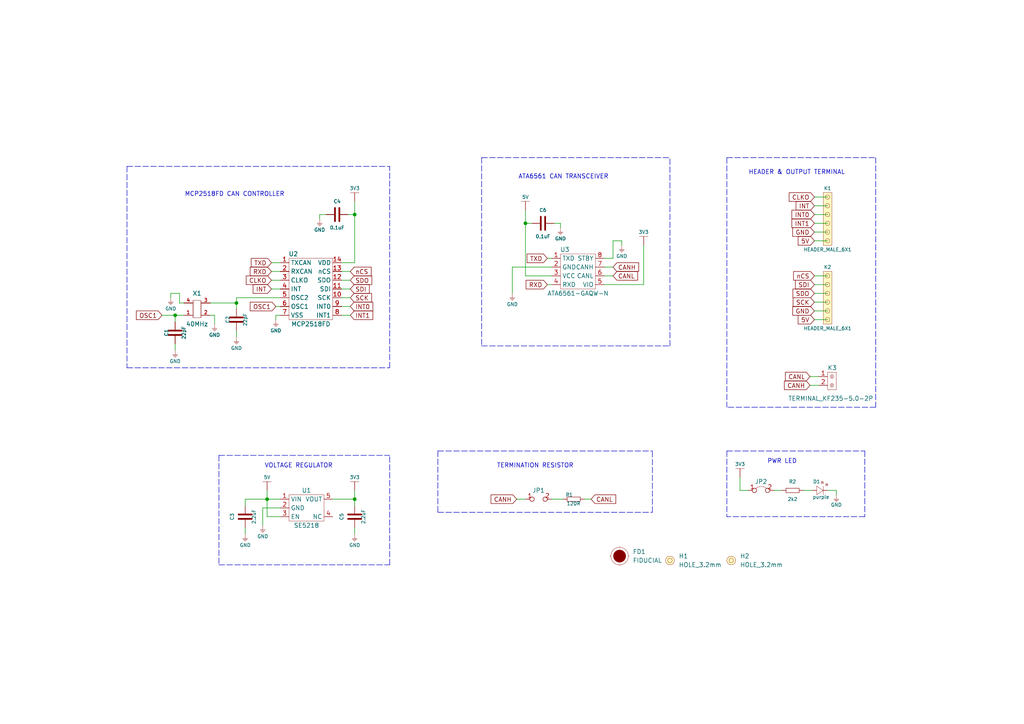
<source format=kicad_sch>
(kicad_sch (version 20210621) (generator eeschema)

  (uuid 78ebbd8a-3ada-4644-a7c1-c6a486dd5739)

  (paper "A4")

  (title_block
    (title "CAN breakout")
    (date "2021-07-12")
    (rev "V1.1.1.")
    (company "SOLDERED")
    (comment 1 "333020")
  )

  (lib_symbols
    (symbol "e-radionica.com schematics:0402LED" (pin_numbers hide) (pin_names (offset 0.254) hide) (in_bom yes) (on_board yes)
      (property "Reference" "D" (id 0) (at -0.635 2.54 0)
        (effects (font (size 1 1)))
      )
      (property "Value" "0402LED" (id 1) (at 0 -2.54 0)
        (effects (font (size 1 1)))
      )
      (property "Footprint" "e-radionica.com footprinti:0402LED" (id 2) (at 0 5.08 0)
        (effects (font (size 1 1)) hide)
      )
      (property "Datasheet" "" (id 3) (at 0 0 0)
        (effects (font (size 1 1)) hide)
      )
      (symbol "0402LED_0_1"
        (polyline
          (pts
            (xy -0.635 1.27)
            (xy 1.27 0)
          )
          (stroke (width 0.0006)) (fill (type none))
        )
        (polyline
          (pts
            (xy 0.635 1.905)
            (xy 1.27 2.54)
          )
          (stroke (width 0.0006)) (fill (type none))
        )
        (polyline
          (pts
            (xy 1.27 1.27)
            (xy 1.27 -1.27)
          )
          (stroke (width 0.0006)) (fill (type none))
        )
        (polyline
          (pts
            (xy 1.905 1.27)
            (xy 2.54 1.905)
          )
          (stroke (width 0.0006)) (fill (type none))
        )
        (polyline
          (pts
            (xy -0.635 1.27)
            (xy -0.635 -1.27)
            (xy 1.27 0)
          )
          (stroke (width 0.0006)) (fill (type none))
        )
        (polyline
          (pts
            (xy 1.27 2.54)
            (xy 0.635 2.54)
            (xy 1.27 1.905)
            (xy 1.27 2.54)
          )
          (stroke (width 0.0006)) (fill (type none))
        )
        (polyline
          (pts
            (xy 2.54 1.905)
            (xy 1.905 1.905)
            (xy 2.54 1.27)
            (xy 2.54 1.905)
          )
          (stroke (width 0.0006)) (fill (type none))
        )
      )
      (symbol "0402LED_1_1"
        (pin passive line (at -1.905 0 0) (length 1.27)
          (name "A" (effects (font (size 1.27 1.27))))
          (number "1" (effects (font (size 1.27 1.27))))
        )
        (pin passive line (at 2.54 0 180) (length 1.27)
          (name "K" (effects (font (size 1.27 1.27))))
          (number "2" (effects (font (size 1.27 1.27))))
        )
      )
    )
    (symbol "e-radionica.com schematics:0402R" (pin_numbers hide) (pin_names (offset 0.254)) (in_bom yes) (on_board yes)
      (property "Reference" "R" (id 0) (at -1.905 1.27 0)
        (effects (font (size 1 1)))
      )
      (property "Value" "0402R" (id 1) (at 0 -1.27 0)
        (effects (font (size 1 1)))
      )
      (property "Footprint" "e-radionica.com footprinti:0402R" (id 2) (at -2.54 1.905 0)
        (effects (font (size 1 1)) hide)
      )
      (property "Datasheet" "" (id 3) (at -2.54 1.905 0)
        (effects (font (size 1 1)) hide)
      )
      (symbol "0402R_0_1"
        (rectangle (start -1.905 -0.635) (end 1.905 -0.6604)
          (stroke (width 0.1)) (fill (type none))
        )
        (rectangle (start -1.905 0.635) (end -1.8796 -0.635)
          (stroke (width 0.1)) (fill (type none))
        )
        (rectangle (start -1.905 0.635) (end 1.905 0.6096)
          (stroke (width 0.1)) (fill (type none))
        )
        (rectangle (start 1.905 0.635) (end 1.9304 -0.635)
          (stroke (width 0.1)) (fill (type none))
        )
      )
      (symbol "0402R_1_1"
        (pin passive line (at -3.175 0 0) (length 1.27)
          (name "~" (effects (font (size 1.27 1.27))))
          (number "1" (effects (font (size 1.27 1.27))))
        )
        (pin passive line (at 3.175 0 180) (length 1.27)
          (name "~" (effects (font (size 1.27 1.27))))
          (number "2" (effects (font (size 1.27 1.27))))
        )
      )
    )
    (symbol "e-radionica.com schematics:0603C" (pin_numbers hide) (pin_names (offset 0.002)) (in_bom yes) (on_board yes)
      (property "Reference" "C" (id 0) (at -0.635 3.175 0)
        (effects (font (size 1 1)))
      )
      (property "Value" "0603C" (id 1) (at 0 -3.175 0)
        (effects (font (size 1 1)))
      )
      (property "Footprint" "e-radionica.com footprinti:0603C" (id 2) (at 0 0 0)
        (effects (font (size 1 1)) hide)
      )
      (property "Datasheet" "" (id 3) (at 0 0 0)
        (effects (font (size 1 1)) hide)
      )
      (symbol "0603C_0_1"
        (polyline
          (pts
            (xy -0.635 1.905)
            (xy -0.635 -1.905)
          )
          (stroke (width 0.5)) (fill (type none))
        )
        (polyline
          (pts
            (xy 0.635 1.905)
            (xy 0.635 -1.905)
          )
          (stroke (width 0.5)) (fill (type none))
        )
      )
      (symbol "0603C_1_1"
        (pin passive line (at -3.175 0 0) (length 2.54)
          (name "~" (effects (font (size 1.27 1.27))))
          (number "1" (effects (font (size 1.27 1.27))))
        )
        (pin passive line (at 3.175 0 180) (length 2.54)
          (name "~" (effects (font (size 1.27 1.27))))
          (number "2" (effects (font (size 1.27 1.27))))
        )
      )
    )
    (symbol "e-radionica.com schematics:0603R" (pin_numbers hide) (pin_names (offset 0.254)) (in_bom yes) (on_board yes)
      (property "Reference" "R" (id 0) (at -1.905 1.905 0)
        (effects (font (size 1 1)))
      )
      (property "Value" "0603R" (id 1) (at 0 -1.905 0)
        (effects (font (size 1 1)))
      )
      (property "Footprint" "e-radionica.com footprinti:0603R" (id 2) (at -0.635 1.905 0)
        (effects (font (size 1 1)) hide)
      )
      (property "Datasheet" "" (id 3) (at -0.635 1.905 0)
        (effects (font (size 1 1)) hide)
      )
      (symbol "0603R_0_1"
        (rectangle (start -1.905 -0.635) (end 1.905 -0.6604)
          (stroke (width 0.1)) (fill (type none))
        )
        (rectangle (start -1.905 0.635) (end -1.8796 -0.635)
          (stroke (width 0.1)) (fill (type none))
        )
        (rectangle (start -1.905 0.635) (end 1.905 0.6096)
          (stroke (width 0.1)) (fill (type none))
        )
        (rectangle (start 1.905 0.635) (end 1.9304 -0.635)
          (stroke (width 0.1)) (fill (type none))
        )
      )
      (symbol "0603R_1_1"
        (pin passive line (at -3.175 0 0) (length 1.27)
          (name "~" (effects (font (size 1.27 1.27))))
          (number "1" (effects (font (size 1.27 1.27))))
        )
        (pin passive line (at 3.175 0 180) (length 1.27)
          (name "~" (effects (font (size 1.27 1.27))))
          (number "2" (effects (font (size 1.27 1.27))))
        )
      )
    )
    (symbol "e-radionica.com schematics:3V3" (power) (pin_names (offset 0)) (in_bom yes) (on_board yes)
      (property "Reference" "#PWR" (id 0) (at 4.445 0 0)
        (effects (font (size 1 1)) hide)
      )
      (property "Value" "3V3" (id 1) (at 0 3.556 0)
        (effects (font (size 1 1)))
      )
      (property "Footprint" "" (id 2) (at 4.445 3.81 0)
        (effects (font (size 1 1)) hide)
      )
      (property "Datasheet" "" (id 3) (at 4.445 3.81 0)
        (effects (font (size 1 1)) hide)
      )
      (property "ki_keywords" "power-flag" (id 4) (at 0 0 0)
        (effects (font (size 1.27 1.27)) hide)
      )
      (property "ki_description" "Power symbol creates a global label with name \"+3V3\"" (id 5) (at 0 0 0)
        (effects (font (size 1.27 1.27)) hide)
      )
      (symbol "3V3_0_1"
        (polyline
          (pts
            (xy -1.27 2.54)
            (xy 1.27 2.54)
          )
          (stroke (width 0.0006)) (fill (type none))
        )
        (polyline
          (pts
            (xy 0 0)
            (xy 0 2.54)
          )
          (stroke (width 0)) (fill (type none))
        )
      )
      (symbol "3V3_1_1"
        (pin power_in line (at 0 0 90) (length 0) hide
          (name "3V3" (effects (font (size 1.27 1.27))))
          (number "1" (effects (font (size 1.27 1.27))))
        )
      )
    )
    (symbol "e-radionica.com schematics:5V" (power) (pin_names (offset 0)) (in_bom yes) (on_board yes)
      (property "Reference" "#PWR" (id 0) (at 4.445 0 0)
        (effects (font (size 1 1)) hide)
      )
      (property "Value" "5V" (id 1) (at 0 3.556 0)
        (effects (font (size 1 1)))
      )
      (property "Footprint" "" (id 2) (at 4.445 3.81 0)
        (effects (font (size 1 1)) hide)
      )
      (property "Datasheet" "" (id 3) (at 4.445 3.81 0)
        (effects (font (size 1 1)) hide)
      )
      (property "ki_keywords" "power-flag" (id 4) (at 0 0 0)
        (effects (font (size 1.27 1.27)) hide)
      )
      (property "ki_description" "Power symbol creates a global label with name \"+3V3\"" (id 5) (at 0 0 0)
        (effects (font (size 1.27 1.27)) hide)
      )
      (symbol "5V_0_1"
        (polyline
          (pts
            (xy -1.27 2.54)
            (xy 1.27 2.54)
          )
          (stroke (width 0.0006)) (fill (type none))
        )
        (polyline
          (pts
            (xy 0 0)
            (xy 0 2.54)
          )
          (stroke (width 0)) (fill (type none))
        )
      )
      (symbol "5V_1_1"
        (pin power_in line (at 0 0 90) (length 0) hide
          (name "5V" (effects (font (size 1.27 1.27))))
          (number "1" (effects (font (size 1.27 1.27))))
        )
      )
    )
    (symbol "e-radionica.com schematics:ATA6561-GAQW-N" (in_bom yes) (on_board yes)
      (property "Reference" "U" (id 0) (at -1.27 6.35 0)
        (effects (font (size 1.27 1.27)))
      )
      (property "Value" "ATA6561-GAQW-N" (id 1) (at 0 -6.35 0)
        (effects (font (size 1.27 1.27)))
      )
      (property "Footprint" "Package_SO:SOIC-8-1EP_3.9x4.9mm_P1.27mm_EP2.29x3mm_ThermalVias" (id 2) (at -5.08 0 0)
        (effects (font (size 1.27 1.27)) hide)
      )
      (property "Datasheet" "" (id 3) (at -5.08 0 0)
        (effects (font (size 1.27 1.27)) hide)
      )
      (symbol "ATA6561-GAQW-N_0_1"
        (rectangle (start -7.62 3.81) (end -7.62 3.81)
          (stroke (width 0.0006)) (fill (type none))
        )
        (rectangle (start -5.08 5.08) (end 5.08 -5.08)
          (stroke (width 0.0006)) (fill (type none))
        )
      )
      (symbol "ATA6561-GAQW-N_1_1"
        (pin passive line (at -7.62 3.81 0) (length 2.54)
          (name "TXD" (effects (font (size 1.27 1.27))))
          (number "1" (effects (font (size 1.27 1.27))))
        )
        (pin passive line (at -7.62 1.27 0) (length 2.54)
          (name "GND" (effects (font (size 1.27 1.27))))
          (number "2" (effects (font (size 1.27 1.27))))
        )
        (pin passive line (at -7.62 -1.27 0) (length 2.54)
          (name "VCC" (effects (font (size 1.27 1.27))))
          (number "3" (effects (font (size 1.27 1.27))))
        )
        (pin passive line (at -7.62 -3.81 0) (length 2.54)
          (name "RXD" (effects (font (size 1.27 1.27))))
          (number "4" (effects (font (size 1.27 1.27))))
        )
        (pin passive line (at 7.62 -3.81 180) (length 2.54)
          (name "VIO" (effects (font (size 1.27 1.27))))
          (number "5" (effects (font (size 1.27 1.27))))
        )
        (pin passive line (at 7.62 -1.27 180) (length 2.54)
          (name "CANL" (effects (font (size 1.27 1.27))))
          (number "6" (effects (font (size 1.27 1.27))))
        )
        (pin passive line (at 7.62 1.27 180) (length 2.54)
          (name "CANH" (effects (font (size 1.27 1.27))))
          (number "7" (effects (font (size 1.27 1.27))))
        )
        (pin passive line (at 7.62 3.81 180) (length 2.54)
          (name "STBY" (effects (font (size 1.27 1.27))))
          (number "8" (effects (font (size 1.27 1.27))))
        )
      )
    )
    (symbol "e-radionica.com schematics:FIDUCIAL" (in_bom yes) (on_board yes)
      (property "Reference" "FD" (id 0) (at 0 3.81 0)
        (effects (font (size 1.27 1.27)))
      )
      (property "Value" "FIDUCIAL" (id 1) (at 0 -3.81 0)
        (effects (font (size 1.27 1.27)))
      )
      (property "Footprint" "e-radionica.com footprinti:FIDUCIAL_23" (id 2) (at 0.254 -5.334 0)
        (effects (font (size 1.27 1.27)) hide)
      )
      (property "Datasheet" "" (id 3) (at 0 0 0)
        (effects (font (size 1.27 1.27)) hide)
      )
      (symbol "FIDUCIAL_0_1"
        (circle (center 0 0) (radius 2.54) (stroke (width 0.0006)) (fill (type none)))
        (circle (center 0 0) (radius 1.7961) (stroke (width 0.001)) (fill (type outline)))
        (polyline
          (pts
            (xy -2.54 0)
            (xy -2.794 0)
          )
          (stroke (width 0.0006)) (fill (type none))
        )
        (polyline
          (pts
            (xy 0 -2.54)
            (xy 0 -2.794)
          )
          (stroke (width 0.0006)) (fill (type none))
        )
        (polyline
          (pts
            (xy 0 2.54)
            (xy 0 2.794)
          )
          (stroke (width 0.0006)) (fill (type none))
        )
        (polyline
          (pts
            (xy 2.54 0)
            (xy 2.794 0)
          )
          (stroke (width 0.0006)) (fill (type none))
        )
      )
    )
    (symbol "e-radionica.com schematics:GND" (power) (pin_names (offset 0)) (in_bom yes) (on_board yes)
      (property "Reference" "#PWR" (id 0) (at 4.445 0 0)
        (effects (font (size 1 1)) hide)
      )
      (property "Value" "GND" (id 1) (at 0 -2.921 0)
        (effects (font (size 1 1)))
      )
      (property "Footprint" "" (id 2) (at 4.445 3.81 0)
        (effects (font (size 1 1)) hide)
      )
      (property "Datasheet" "" (id 3) (at 4.445 3.81 0)
        (effects (font (size 1 1)) hide)
      )
      (property "ki_keywords" "power-flag" (id 4) (at 0 0 0)
        (effects (font (size 1.27 1.27)) hide)
      )
      (property "ki_description" "Power symbol creates a global label with name \"+3V3\"" (id 5) (at 0 0 0)
        (effects (font (size 1.27 1.27)) hide)
      )
      (symbol "GND_0_1"
        (polyline
          (pts
            (xy -0.762 -1.27)
            (xy 0.762 -1.27)
          )
          (stroke (width 0.0006)) (fill (type none))
        )
        (polyline
          (pts
            (xy -0.635 -1.524)
            (xy 0.635 -1.524)
          )
          (stroke (width 0.0006)) (fill (type none))
        )
        (polyline
          (pts
            (xy -0.381 -1.778)
            (xy 0.381 -1.778)
          )
          (stroke (width 0.0006)) (fill (type none))
        )
        (polyline
          (pts
            (xy -0.127 -2.032)
            (xy 0.127 -2.032)
          )
          (stroke (width 0.0006)) (fill (type none))
        )
        (polyline
          (pts
            (xy 0 0)
            (xy 0 -1.27)
          )
          (stroke (width 0.0006)) (fill (type none))
        )
      )
      (symbol "GND_1_1"
        (pin power_in line (at 0 0 270) (length 0) hide
          (name "GND" (effects (font (size 1.27 1.27))))
          (number "1" (effects (font (size 1.27 1.27))))
        )
      )
    )
    (symbol "e-radionica.com schematics:GND_3" (power) (pin_names (offset 0)) (in_bom yes) (on_board yes)
      (property "Reference" "#PWR" (id 0) (at 4.445 0 0)
        (effects (font (size 1 1)) hide)
      )
      (property "Value" "GND" (id 1) (at 0 -2.921 0)
        (effects (font (size 1 1)))
      )
      (property "Footprint" "" (id 2) (at 4.445 3.81 0)
        (effects (font (size 1 1)) hide)
      )
      (property "Datasheet" "" (id 3) (at 4.445 3.81 0)
        (effects (font (size 1 1)) hide)
      )
      (property "ki_keywords" "power-flag" (id 4) (at 0 0 0)
        (effects (font (size 1.27 1.27)) hide)
      )
      (property "ki_description" "Power symbol creates a global label with name \"+3V3\"" (id 5) (at 0 0 0)
        (effects (font (size 1.27 1.27)) hide)
      )
      (symbol "GND_3_0_1"
        (polyline
          (pts
            (xy -0.762 -1.27)
            (xy 0.762 -1.27)
          )
          (stroke (width 0.0006)) (fill (type none))
        )
        (polyline
          (pts
            (xy -0.635 -1.524)
            (xy 0.635 -1.524)
          )
          (stroke (width 0.0006)) (fill (type none))
        )
        (polyline
          (pts
            (xy -0.381 -1.778)
            (xy 0.381 -1.778)
          )
          (stroke (width 0.0006)) (fill (type none))
        )
        (polyline
          (pts
            (xy -0.127 -2.032)
            (xy 0.127 -2.032)
          )
          (stroke (width 0.0006)) (fill (type none))
        )
        (polyline
          (pts
            (xy 0 0)
            (xy 0 -1.27)
          )
          (stroke (width 0.0006)) (fill (type none))
        )
      )
      (symbol "GND_3_1_1"
        (pin power_in line (at 0 0 270) (length 0) hide
          (name "GND" (effects (font (size 1.27 1.27))))
          (number "1" (effects (font (size 1.27 1.27))))
        )
      )
    )
    (symbol "e-radionica.com schematics:HEADER_MALE_6X1" (pin_numbers hide) (pin_names hide) (in_bom yes) (on_board yes)
      (property "Reference" "K" (id 0) (at -0.635 10.16 0)
        (effects (font (size 1 1)))
      )
      (property "Value" "HEADER_MALE_6X1" (id 1) (at 1.27 -7.62 0)
        (effects (font (size 1 1)))
      )
      (property "Footprint" "e-radionica.com footprinti:HEADER_MALE_6X1" (id 2) (at 0 0 0)
        (effects (font (size 1 1)) hide)
      )
      (property "Datasheet" "" (id 3) (at 0 0 0)
        (effects (font (size 1 1)) hide)
      )
      (symbol "HEADER_MALE_6X1_0_1"
        (circle (center 0 -5.08) (radius 0.635) (stroke (width 0.0006)) (fill (type none)))
        (circle (center 0 -2.54) (radius 0.635) (stroke (width 0.0006)) (fill (type none)))
        (circle (center 0 0) (radius 0.635) (stroke (width 0.0006)) (fill (type none)))
        (circle (center 0 2.54) (radius 0.635) (stroke (width 0.0006)) (fill (type none)))
        (circle (center 0 5.08) (radius 0.635) (stroke (width 0.0006)) (fill (type none)))
        (circle (center 0 7.62) (radius 0.635) (stroke (width 0.0006)) (fill (type none)))
        (rectangle (start 1.27 -6.35) (end -1.27 8.89)
          (stroke (width 0.001)) (fill (type background))
        )
      )
      (symbol "HEADER_MALE_6X1_1_1"
        (pin passive line (at 0 -5.08 180) (length 0)
          (name "~" (effects (font (size 0.991 0.991))))
          (number "1" (effects (font (size 0.991 0.991))))
        )
        (pin passive line (at 0 -2.54 180) (length 0)
          (name "~" (effects (font (size 0.991 0.991))))
          (number "2" (effects (font (size 0.991 0.991))))
        )
        (pin passive line (at 0 0 180) (length 0)
          (name "~" (effects (font (size 0.991 0.991))))
          (number "3" (effects (font (size 0.991 0.991))))
        )
        (pin passive line (at 0 2.54 180) (length 0)
          (name "~" (effects (font (size 0.991 0.991))))
          (number "4" (effects (font (size 0.991 0.991))))
        )
        (pin passive line (at 0 5.08 180) (length 0)
          (name "~" (effects (font (size 0.991 0.991))))
          (number "5" (effects (font (size 0.991 0.991))))
        )
        (pin passive line (at 0 7.62 180) (length 0)
          (name "~" (effects (font (size 0.991 0.991))))
          (number "6" (effects (font (size 0.991 0.991))))
        )
      )
    )
    (symbol "e-radionica.com schematics:HOLE_3.2mm" (pin_numbers hide) (pin_names hide) (in_bom yes) (on_board yes)
      (property "Reference" "H" (id 0) (at 0 2.54 0)
        (effects (font (size 1.27 1.27)))
      )
      (property "Value" "HOLE_3.2mm" (id 1) (at 0 -2.54 0)
        (effects (font (size 1.27 1.27)))
      )
      (property "Footprint" "e-radionica.com footprinti:HOLE_3.2mm" (id 2) (at 0 0 0)
        (effects (font (size 1.27 1.27)) hide)
      )
      (property "Datasheet" "" (id 3) (at 0 0 0)
        (effects (font (size 1.27 1.27)) hide)
      )
      (symbol "HOLE_3.2mm_0_1"
        (circle (center 0 0) (radius 0.635) (stroke (width 0.0006)) (fill (type none)))
        (circle (center 0 0) (radius 1.27) (stroke (width 0.001)) (fill (type background)))
      )
    )
    (symbol "e-radionica.com schematics:KRISTAL_3225_4_PAD" (in_bom yes) (on_board yes)
      (property "Reference" "X" (id 0) (at 0 5.588 0)
        (effects (font (size 1.27 1.27)))
      )
      (property "Value" "KRISTAL_3225_4_PAD" (id 1) (at 0.508 -3.302 0)
        (effects (font (size 1.27 1.27)))
      )
      (property "Footprint" "e-radionica.com footprinti:KRISTAL_3225__4_PAD" (id 2) (at 0 0 0)
        (effects (font (size 1.27 1.27)) hide)
      )
      (property "Datasheet" "" (id 3) (at 0 0 0)
        (effects (font (size 1.27 1.27)) hide)
      )
      (symbol "KRISTAL_3225_4_PAD_0_1"
        (polyline
          (pts
            (xy -1.27 3.048)
            (xy -1.27 -2.032)
          )
          (stroke (width 0.0006)) (fill (type none))
        )
        (polyline
          (pts
            (xy 1.27 3.048)
            (xy 1.27 -2.032)
            (xy 1.27 -0.762)
          )
          (stroke (width 0.0006)) (fill (type none))
        )
        (polyline
          (pts
            (xy -1.016 3.048)
            (xy -1.016 -2.032)
            (xy 1.016 -2.032)
            (xy 1.016 3.048)
            (xy -1.016 3.048)
            (xy 0.762 3.048)
          )
          (stroke (width 0.0006)) (fill (type none))
        )
      )
      (symbol "KRISTAL_3225_4_PAD_1_1"
        (pin passive line (at -3.81 -1.27 0) (length 2.54)
          (name "" (effects (font (size 1 1))))
          (number "1" (effects (font (size 1 1))))
        )
        (pin output line (at 3.81 -1.27 180) (length 2.54)
          (name "" (effects (font (size 1 1))))
          (number "2" (effects (font (size 1 1))))
        )
        (pin passive line (at 3.81 2.286 180) (length 2.54)
          (name "" (effects (font (size 1 1))))
          (number "3" (effects (font (size 1 1))))
        )
        (pin input line (at -3.81 2.286 0) (length 2.54)
          (name "" (effects (font (size 1 1))))
          (number "4" (effects (font (size 1 1))))
        )
      )
    )
    (symbol "e-radionica.com schematics:MCP2518FD" (in_bom yes) (on_board yes)
      (property "Reference" "U" (id 0) (at 0 10.16 0)
        (effects (font (size 1.27 1.27)))
      )
      (property "Value" "MCP2518FD" (id 1) (at 0 -10.16 0)
        (effects (font (size 1.27 1.27)))
      )
      (property "Footprint" "Package_SO:SOIC-14_3.9x8.7mm_P1.27mm" (id 2) (at 6.35 0 0)
        (effects (font (size 1.27 1.27)) hide)
      )
      (property "Datasheet" "" (id 3) (at 6.35 0 0)
        (effects (font (size 1.27 1.27)) hide)
      )
      (symbol "MCP2518FD_0_1"
        (rectangle (start -6.35 8.89) (end 6.35 -8.89)
          (stroke (width 0.0006)) (fill (type none))
        )
      )
      (symbol "MCP2518FD_1_1"
        (pin passive line (at -8.89 7.62 0) (length 2.54)
          (name "TXCAN" (effects (font (size 1.27 1.27))))
          (number "1" (effects (font (size 1.27 1.27))))
        )
        (pin passive line (at 8.89 -2.54 180) (length 2.54)
          (name "SCK" (effects (font (size 1.27 1.27))))
          (number "10" (effects (font (size 1.27 1.27))))
        )
        (pin passive line (at 8.89 0 180) (length 2.54)
          (name "SDI" (effects (font (size 1.27 1.27))))
          (number "11" (effects (font (size 1.27 1.27))))
        )
        (pin passive line (at 8.89 2.54 180) (length 2.54)
          (name "SDO" (effects (font (size 1.27 1.27))))
          (number "12" (effects (font (size 1.27 1.27))))
        )
        (pin passive line (at 8.89 5.08 180) (length 2.54)
          (name "nCS" (effects (font (size 1.27 1.27))))
          (number "13" (effects (font (size 1.27 1.27))))
        )
        (pin passive line (at 8.89 7.62 180) (length 2.54)
          (name "VDD" (effects (font (size 1.27 1.27))))
          (number "14" (effects (font (size 1.27 1.27))))
        )
        (pin passive line (at -8.89 5.08 0) (length 2.54)
          (name "RXCAN" (effects (font (size 1.27 1.27))))
          (number "2" (effects (font (size 1.27 1.27))))
        )
        (pin passive line (at -8.89 2.54 0) (length 2.54)
          (name "CLKO" (effects (font (size 1.27 1.27))))
          (number "3" (effects (font (size 1.27 1.27))))
        )
        (pin passive line (at -8.89 0 0) (length 2.54)
          (name "INT" (effects (font (size 1.27 1.27))))
          (number "4" (effects (font (size 1.27 1.27))))
        )
        (pin passive line (at -8.89 -2.54 0) (length 2.54)
          (name "OSC2" (effects (font (size 1.27 1.27))))
          (number "5" (effects (font (size 1.27 1.27))))
        )
        (pin passive line (at -8.89 -5.08 0) (length 2.54)
          (name "OSC1" (effects (font (size 1.27 1.27))))
          (number "6" (effects (font (size 1.27 1.27))))
        )
        (pin passive line (at -8.89 -7.62 0) (length 2.54)
          (name "VSS" (effects (font (size 1.27 1.27))))
          (number "7" (effects (font (size 1.27 1.27))))
        )
        (pin passive line (at 8.89 -7.62 180) (length 2.54)
          (name "INT1" (effects (font (size 1.27 1.27))))
          (number "8" (effects (font (size 1.27 1.27))))
        )
        (pin passive line (at 8.89 -5.08 180) (length 2.54)
          (name "INT0" (effects (font (size 1.27 1.27))))
          (number "9" (effects (font (size 1.27 1.27))))
        )
      )
    )
    (symbol "e-radionica.com schematics:SE5218" (in_bom yes) (on_board yes)
      (property "Reference" "U" (id 0) (at -3.81 5.08 0)
        (effects (font (size 1.27 1.27)))
      )
      (property "Value" "SE5218" (id 1) (at 0 -5.08 0)
        (effects (font (size 1.27 1.27)))
      )
      (property "Footprint" "e-radionica.com footprinti:SOT-23-5" (id 2) (at 0 0 0)
        (effects (font (size 1.27 1.27)) hide)
      )
      (property "Datasheet" "" (id 3) (at 0 0 0)
        (effects (font (size 1.27 1.27)) hide)
      )
      (symbol "SE5218_0_1"
        (rectangle (start -5.08 3.81) (end 5.08 -3.81)
          (stroke (width 0.0006)) (fill (type none))
        )
      )
      (symbol "SE5218_1_1"
        (pin power_in line (at -7.62 2.54 0) (length 2.54)
          (name "VIN" (effects (font (size 1.27 1.27))))
          (number "1" (effects (font (size 1.27 1.27))))
        )
        (pin power_in line (at -7.62 0 0) (length 2.54)
          (name "GND" (effects (font (size 1.27 1.27))))
          (number "2" (effects (font (size 1.27 1.27))))
        )
        (pin input line (at -7.62 -2.54 0) (length 2.54)
          (name "EN" (effects (font (size 1.27 1.27))))
          (number "3" (effects (font (size 1.27 1.27))))
        )
        (pin passive line (at 7.62 -2.54 180) (length 2.54)
          (name "NC" (effects (font (size 1.27 1.27))))
          (number "4" (effects (font (size 1.27 1.27))))
        )
        (pin power_out line (at 7.62 2.54 180) (length 2.54)
          (name "VOUT" (effects (font (size 1.27 1.27))))
          (number "5" (effects (font (size 1.27 1.27))))
        )
      )
    )
    (symbol "e-radionica.com schematics:SMD-JUMPER-CONNECTED_TRACE_SLODERMASK" (in_bom yes) (on_board yes)
      (property "Reference" "JP" (id 0) (at 0 3.556 0)
        (effects (font (size 1.27 1.27)))
      )
      (property "Value" "SMD-JUMPER-CONNECTED_TRACE_SLODERMASK" (id 1) (at 0 -2.54 0)
        (effects (font (size 1.27 1.27)))
      )
      (property "Footprint" "e-radionica.com footprinti:SMD-JUMPER-CONNECTED_TRACE_SLODERMASK" (id 2) (at 0 -5.715 0)
        (effects (font (size 1.27 1.27)) hide)
      )
      (property "Datasheet" "" (id 3) (at 0 0 0)
        (effects (font (size 1.27 1.27)) hide)
      )
      (symbol "SMD-JUMPER-CONNECTED_TRACE_SLODERMASK_0_1"
        (arc (start -1.8034 0.5588) (end 1.397 0.5842) (radius (at -0.1875 -1.4124) (length 2.5489) (angles 129.3 51.6))
          (stroke (width 0.0006)) (fill (type none))
        )
      )
      (symbol "SMD-JUMPER-CONNECTED_TRACE_SLODERMASK_1_1"
        (pin passive inverted (at -4.064 0 0) (length 2.54)
          (name "" (effects (font (size 1.27 1.27))))
          (number "1" (effects (font (size 1.27 1.27))))
        )
        (pin passive inverted (at 3.556 0 180) (length 2.54)
          (name "" (effects (font (size 1.27 1.27))))
          (number "2" (effects (font (size 1.27 1.27))))
        )
      )
    )
    (symbol "e-radionica.com schematics:SMD_JUMPER" (in_bom yes) (on_board yes)
      (property "Reference" "JP" (id 0) (at 0 1.397 0)
        (effects (font (size 1.27 1.27)))
      )
      (property "Value" "SMD_JUMPER" (id 1) (at 0.508 -3.048 0)
        (effects (font (size 1.27 1.27)))
      )
      (property "Footprint" "e-radionica.com footprinti:SMD_JUMPER" (id 2) (at 0 0 0)
        (effects (font (size 1.27 1.27)) hide)
      )
      (property "Datasheet" "" (id 3) (at 0 0 0)
        (effects (font (size 1.27 1.27)) hide)
      )
      (symbol "SMD_JUMPER_1_1"
        (pin passive inverted (at -3.81 0 0) (length 2.54)
          (name "" (effects (font (size 1.27 1.27))))
          (number "1" (effects (font (size 1.27 1.27))))
        )
        (pin passive inverted (at 3.81 0 180) (length 2.54)
          (name "" (effects (font (size 1.27 1.27))))
          (number "2" (effects (font (size 1.27 1.27))))
        )
      )
    )
    (symbol "e-radionica.com schematics:TERMINAL_KF235-5.0-2P" (in_bom yes) (on_board yes)
      (property "Reference" "K" (id 0) (at 0 3.81 0)
        (effects (font (size 1.27 1.27)))
      )
      (property "Value" "TERMINAL_KF235-5.0-2P" (id 1) (at 0 -3.81 0)
        (effects (font (size 1.27 1.27)))
      )
      (property "Footprint" "e-radionica.com footprinti:TERMINAL_KF235-5.0-2P" (id 2) (at 0 0 0)
        (effects (font (size 1.27 1.27)) hide)
      )
      (property "Datasheet" "" (id 3) (at 0 0 0)
        (effects (font (size 1.27 1.27)) hide)
      )
      (symbol "TERMINAL_KF235-5.0-2P_0_1"
        (circle (center 0 -1.27) (radius 0.508) (stroke (width 0.0006)) (fill (type none)))
        (circle (center 0 1.27) (radius 0.508) (stroke (width 0.0006)) (fill (type none)))
        (rectangle (start -1.27 2.54) (end 1.27 -2.54)
          (stroke (width 0.0006)) (fill (type none))
        )
        (polyline
          (pts
            (xy -0.254 -1.27)
            (xy 0.254 -1.27)
          )
          (stroke (width 0.0006)) (fill (type none))
        )
        (polyline
          (pts
            (xy -0.254 1.27)
            (xy 0.254 1.27)
          )
          (stroke (width 0.0006)) (fill (type none))
        )
        (polyline
          (pts
            (xy 0 -0.762)
            (xy 0 -1.778)
          )
          (stroke (width 0.0006)) (fill (type none))
        )
        (polyline
          (pts
            (xy 0 1.778)
            (xy 0 0.762)
          )
          (stroke (width 0.0006)) (fill (type none))
        )
      )
      (symbol "TERMINAL_KF235-5.0-2P_1_1"
        (pin input line (at -3.81 1.27 0) (length 2.54)
          (name "~" (effects (font (size 1.27 1.27))))
          (number "1" (effects (font (size 1.27 1.27))))
        )
        (pin input line (at -3.81 -1.27 0) (length 2.54)
          (name "~" (effects (font (size 1.27 1.27))))
          (number "2" (effects (font (size 1.27 1.27))))
        )
      )
    )
  )

  (junction (at 50.8 91.44) (diameter 0.9144) (color 0 0 0 0))
  (junction (at 68.58 87.884) (diameter 0.9144) (color 0 0 0 0))
  (junction (at 77.47 144.78) (diameter 0.9144) (color 0 0 0 0))
  (junction (at 102.87 62.23) (diameter 0.9144) (color 0 0 0 0))
  (junction (at 102.87 144.78) (diameter 0.9144) (color 0 0 0 0))
  (junction (at 152.4 64.77) (diameter 0.9144) (color 0 0 0 0))

  (wire (pts (xy 46.99 91.44) (xy 50.8 91.44))
    (stroke (width 0) (type solid) (color 0 0 0 0))
    (uuid ec0e3951-8976-4e89-9996-299c5d39d7fc)
  )
  (wire (pts (xy 49.53 85.09) (xy 49.53 86.36))
    (stroke (width 0) (type solid) (color 0 0 0 0))
    (uuid d58c9096-f096-4661-aaac-39edb77abf0b)
  )
  (wire (pts (xy 50.8 91.44) (xy 50.8 93.345))
    (stroke (width 0) (type solid) (color 0 0 0 0))
    (uuid b8137ccd-20e5-409c-af5b-bc1501196450)
  )
  (wire (pts (xy 50.8 91.44) (xy 53.34 91.44))
    (stroke (width 0) (type solid) (color 0 0 0 0))
    (uuid ec0e3951-8976-4e89-9996-299c5d39d7fc)
  )
  (wire (pts (xy 50.8 99.695) (xy 50.8 101.6))
    (stroke (width 0) (type solid) (color 0 0 0 0))
    (uuid f598373f-2e3c-4f3e-80c1-bf6b5f476b38)
  )
  (wire (pts (xy 52.07 85.09) (xy 49.53 85.09))
    (stroke (width 0) (type solid) (color 0 0 0 0))
    (uuid d58c9096-f096-4661-aaac-39edb77abf0b)
  )
  (wire (pts (xy 52.07 87.884) (xy 52.07 85.09))
    (stroke (width 0) (type solid) (color 0 0 0 0))
    (uuid d58c9096-f096-4661-aaac-39edb77abf0b)
  )
  (wire (pts (xy 53.34 87.884) (xy 52.07 87.884))
    (stroke (width 0) (type solid) (color 0 0 0 0))
    (uuid d58c9096-f096-4661-aaac-39edb77abf0b)
  )
  (wire (pts (xy 60.96 87.884) (xy 68.58 87.884))
    (stroke (width 0) (type solid) (color 0 0 0 0))
    (uuid 34c3350f-1c1d-4807-a6eb-e1000d0c7652)
  )
  (wire (pts (xy 60.96 91.44) (xy 62.23 91.44))
    (stroke (width 0) (type solid) (color 0 0 0 0))
    (uuid fccdbaed-38e5-4f60-8d8b-18105dff8651)
  )
  (wire (pts (xy 62.23 91.44) (xy 62.23 93.98))
    (stroke (width 0) (type solid) (color 0 0 0 0))
    (uuid fccdbaed-38e5-4f60-8d8b-18105dff8651)
  )
  (wire (pts (xy 68.58 86.36) (xy 81.28 86.36))
    (stroke (width 0) (type solid) (color 0 0 0 0))
    (uuid 34c3350f-1c1d-4807-a6eb-e1000d0c7652)
  )
  (wire (pts (xy 68.58 87.884) (xy 68.58 86.36))
    (stroke (width 0) (type solid) (color 0 0 0 0))
    (uuid 34c3350f-1c1d-4807-a6eb-e1000d0c7652)
  )
  (wire (pts (xy 68.58 87.884) (xy 68.58 89.535))
    (stroke (width 0) (type solid) (color 0 0 0 0))
    (uuid 4375ba67-29d1-48ab-87f2-7ac1bf271f0d)
  )
  (wire (pts (xy 68.58 95.885) (xy 68.58 97.79))
    (stroke (width 0) (type solid) (color 0 0 0 0))
    (uuid b4cf5ae7-5c2a-48b3-b85b-190889b7eed7)
  )
  (wire (pts (xy 71.12 144.78) (xy 77.47 144.78))
    (stroke (width 0) (type solid) (color 0 0 0 0))
    (uuid e4ba639e-0bec-4c5f-b506-02c4e7971bf9)
  )
  (wire (pts (xy 71.12 146.685) (xy 71.12 144.78))
    (stroke (width 0) (type solid) (color 0 0 0 0))
    (uuid e4ba639e-0bec-4c5f-b506-02c4e7971bf9)
  )
  (wire (pts (xy 71.12 153.035) (xy 71.12 154.94))
    (stroke (width 0) (type solid) (color 0 0 0 0))
    (uuid db552687-ec45-4722-b08b-1e589686ed14)
  )
  (wire (pts (xy 76.2 147.32) (xy 76.2 152.4))
    (stroke (width 0) (type solid) (color 0 0 0 0))
    (uuid 62ef4812-ca5b-4807-bff7-ffcbadae4cb3)
  )
  (wire (pts (xy 76.2 147.32) (xy 81.28 147.32))
    (stroke (width 0) (type solid) (color 0 0 0 0))
    (uuid 6e33a085-f979-4de8-bbad-c27e7ad50bea)
  )
  (wire (pts (xy 77.47 144.78) (xy 77.47 142.24))
    (stroke (width 0) (type solid) (color 0 0 0 0))
    (uuid 0436eb38-ceae-4dda-a1a3-278fee15d85b)
  )
  (wire (pts (xy 77.47 149.86) (xy 77.47 144.78))
    (stroke (width 0) (type solid) (color 0 0 0 0))
    (uuid 3224c556-a988-46c1-a68a-e3bf08241606)
  )
  (wire (pts (xy 78.74 76.2) (xy 81.28 76.2))
    (stroke (width 0) (type solid) (color 0 0 0 0))
    (uuid d6af4e82-ccad-43a8-96bd-35010ffe18d0)
  )
  (wire (pts (xy 78.74 78.74) (xy 81.28 78.74))
    (stroke (width 0) (type solid) (color 0 0 0 0))
    (uuid 0d9e1f5b-da51-44d4-a24d-e507629b816b)
  )
  (wire (pts (xy 78.74 81.28) (xy 81.28 81.28))
    (stroke (width 0) (type solid) (color 0 0 0 0))
    (uuid 298a1eba-7d3f-41e4-8947-3f9b5a0be0d9)
  )
  (wire (pts (xy 78.74 83.82) (xy 81.28 83.82))
    (stroke (width 0) (type solid) (color 0 0 0 0))
    (uuid 5a5c3fcd-7ea3-4934-9512-5fc408d0ed67)
  )
  (wire (pts (xy 80.01 88.9) (xy 81.28 88.9))
    (stroke (width 0) (type solid) (color 0 0 0 0))
    (uuid 7af49b88-7238-4cd6-8b6f-528e4aacbafc)
  )
  (wire (pts (xy 80.01 91.44) (xy 80.01 92.71))
    (stroke (width 0) (type solid) (color 0 0 0 0))
    (uuid d7d3309d-47f3-496f-abdc-02eb8f46f0ea)
  )
  (wire (pts (xy 81.28 91.44) (xy 80.01 91.44))
    (stroke (width 0) (type solid) (color 0 0 0 0))
    (uuid d7d3309d-47f3-496f-abdc-02eb8f46f0ea)
  )
  (wire (pts (xy 81.28 144.78) (xy 77.47 144.78))
    (stroke (width 0) (type solid) (color 0 0 0 0))
    (uuid 0436eb38-ceae-4dda-a1a3-278fee15d85b)
  )
  (wire (pts (xy 81.28 149.86) (xy 77.47 149.86))
    (stroke (width 0) (type solid) (color 0 0 0 0))
    (uuid 3224c556-a988-46c1-a68a-e3bf08241606)
  )
  (wire (pts (xy 92.71 62.23) (xy 92.71 63.5))
    (stroke (width 0) (type solid) (color 0 0 0 0))
    (uuid 095a878c-a164-4f13-9b97-581ba9ebf1b4)
  )
  (wire (pts (xy 94.615 62.23) (xy 92.71 62.23))
    (stroke (width 0) (type solid) (color 0 0 0 0))
    (uuid 095a878c-a164-4f13-9b97-581ba9ebf1b4)
  )
  (wire (pts (xy 96.52 144.78) (xy 102.87 144.78))
    (stroke (width 0) (type solid) (color 0 0 0 0))
    (uuid b7bcf619-9bc8-49ae-a741-e5b23bb4d4a2)
  )
  (wire (pts (xy 99.06 76.2) (xy 102.87 76.2))
    (stroke (width 0) (type solid) (color 0 0 0 0))
    (uuid 4a79fa03-45ea-4b85-862c-73f62bd0e57c)
  )
  (wire (pts (xy 99.06 78.74) (xy 101.6 78.74))
    (stroke (width 0) (type solid) (color 0 0 0 0))
    (uuid e18b8ce2-a06f-4de9-9ff9-622015754204)
  )
  (wire (pts (xy 99.06 81.28) (xy 101.6 81.28))
    (stroke (width 0) (type solid) (color 0 0 0 0))
    (uuid e5ea051e-ca39-49e2-ad8b-79294dba1dfc)
  )
  (wire (pts (xy 99.06 83.82) (xy 101.6 83.82))
    (stroke (width 0) (type solid) (color 0 0 0 0))
    (uuid a277653a-eb2c-44ac-a80f-bbb66140847b)
  )
  (wire (pts (xy 99.06 86.36) (xy 101.6 86.36))
    (stroke (width 0) (type solid) (color 0 0 0 0))
    (uuid 56750d52-86a2-4579-aa76-72fb7b1ef3f1)
  )
  (wire (pts (xy 99.06 88.9) (xy 101.6 88.9))
    (stroke (width 0) (type solid) (color 0 0 0 0))
    (uuid 03166a1a-2b71-412c-b6bc-bf2d8ee6fc0a)
  )
  (wire (pts (xy 99.06 91.44) (xy 101.6 91.44))
    (stroke (width 0) (type solid) (color 0 0 0 0))
    (uuid 2f6290f3-f352-4575-ad71-4f05c90034e5)
  )
  (wire (pts (xy 100.965 62.23) (xy 102.87 62.23))
    (stroke (width 0) (type solid) (color 0 0 0 0))
    (uuid fd55d5ae-eb20-41d6-b3ea-79206af605c8)
  )
  (wire (pts (xy 102.87 62.23) (xy 102.87 58.42))
    (stroke (width 0) (type solid) (color 0 0 0 0))
    (uuid 4a79fa03-45ea-4b85-862c-73f62bd0e57c)
  )
  (wire (pts (xy 102.87 76.2) (xy 102.87 62.23))
    (stroke (width 0) (type solid) (color 0 0 0 0))
    (uuid 4a79fa03-45ea-4b85-862c-73f62bd0e57c)
  )
  (wire (pts (xy 102.87 142.24) (xy 102.87 144.78))
    (stroke (width 0) (type solid) (color 0 0 0 0))
    (uuid c38e55a6-777e-493b-a382-60a6365c9493)
  )
  (wire (pts (xy 102.87 144.78) (xy 102.87 146.685))
    (stroke (width 0) (type solid) (color 0 0 0 0))
    (uuid c38e55a6-777e-493b-a382-60a6365c9493)
  )
  (wire (pts (xy 102.87 153.035) (xy 102.87 154.94))
    (stroke (width 0) (type solid) (color 0 0 0 0))
    (uuid b94d8927-bf0c-4615-bd0b-cd138078082e)
  )
  (wire (pts (xy 148.59 77.47) (xy 148.59 85.09))
    (stroke (width 0) (type solid) (color 0 0 0 0))
    (uuid b11a8027-de94-4cb0-a730-7da3a5a6d8b6)
  )
  (wire (pts (xy 148.59 77.47) (xy 160.02 77.47))
    (stroke (width 0) (type solid) (color 0 0 0 0))
    (uuid bc374b2e-ef33-4ec1-b24b-79158ba3f2bd)
  )
  (wire (pts (xy 149.86 144.78) (xy 152.4 144.78))
    (stroke (width 0) (type solid) (color 0 0 0 0))
    (uuid d333aaa6-9d15-4ac8-b3b7-783f928643b1)
  )
  (wire (pts (xy 152.4 60.96) (xy 152.4 64.77))
    (stroke (width 0) (type solid) (color 0 0 0 0))
    (uuid 5bf25298-4b42-4c5d-9976-fb3e9dc0127d)
  )
  (wire (pts (xy 152.4 64.77) (xy 152.4 80.01))
    (stroke (width 0) (type solid) (color 0 0 0 0))
    (uuid 5bf25298-4b42-4c5d-9976-fb3e9dc0127d)
  )
  (wire (pts (xy 152.4 64.77) (xy 154.305 64.77))
    (stroke (width 0) (type solid) (color 0 0 0 0))
    (uuid 3c9f388a-c13b-461b-9bee-f3d4ff3f919c)
  )
  (wire (pts (xy 158.75 74.93) (xy 160.02 74.93))
    (stroke (width 0) (type solid) (color 0 0 0 0))
    (uuid 41c26e63-4af1-4f67-bfc6-56d40b9ed8c7)
  )
  (wire (pts (xy 158.75 82.55) (xy 160.02 82.55))
    (stroke (width 0) (type solid) (color 0 0 0 0))
    (uuid 9770046d-ebde-4dc7-a1d2-053b3efd74b7)
  )
  (wire (pts (xy 160.02 80.01) (xy 152.4 80.01))
    (stroke (width 0) (type solid) (color 0 0 0 0))
    (uuid 5bf25298-4b42-4c5d-9976-fb3e9dc0127d)
  )
  (wire (pts (xy 160.02 144.78) (xy 163.195 144.78))
    (stroke (width 0) (type solid) (color 0 0 0 0))
    (uuid 4a4e3598-2582-4e14-aeb8-6500ddfd080e)
  )
  (wire (pts (xy 160.655 64.77) (xy 162.56 64.77))
    (stroke (width 0) (type solid) (color 0 0 0 0))
    (uuid 1a42bb6e-01c0-40c8-85d3-e2be35e7e632)
  )
  (wire (pts (xy 162.56 64.77) (xy 162.56 66.04))
    (stroke (width 0) (type solid) (color 0 0 0 0))
    (uuid 1a42bb6e-01c0-40c8-85d3-e2be35e7e632)
  )
  (wire (pts (xy 169.545 144.78) (xy 171.45 144.78))
    (stroke (width 0) (type solid) (color 0 0 0 0))
    (uuid 49aa12cd-2592-4df3-9338-4596f24bfa38)
  )
  (wire (pts (xy 175.26 74.93) (xy 177.8 74.93))
    (stroke (width 0) (type solid) (color 0 0 0 0))
    (uuid fac077df-f722-4b00-abcf-148a42a9862a)
  )
  (wire (pts (xy 175.26 77.47) (xy 177.8 77.47))
    (stroke (width 0) (type solid) (color 0 0 0 0))
    (uuid f15aba08-a0fc-4234-a3cb-2fce8420e5de)
  )
  (wire (pts (xy 175.26 80.01) (xy 177.8 80.01))
    (stroke (width 0) (type solid) (color 0 0 0 0))
    (uuid e6939ae8-def6-4c9d-8819-7bce5350f147)
  )
  (wire (pts (xy 175.26 82.55) (xy 186.69 82.55))
    (stroke (width 0) (type solid) (color 0 0 0 0))
    (uuid f3130332-d07f-45c9-9a77-3b25373fba82)
  )
  (wire (pts (xy 177.8 69.85) (xy 180.34 69.85))
    (stroke (width 0) (type solid) (color 0 0 0 0))
    (uuid 004f0885-ace7-48db-bf33-4686422c3468)
  )
  (wire (pts (xy 177.8 74.93) (xy 177.8 69.85))
    (stroke (width 0) (type solid) (color 0 0 0 0))
    (uuid 004f0885-ace7-48db-bf33-4686422c3468)
  )
  (wire (pts (xy 180.34 69.85) (xy 180.34 71.12))
    (stroke (width 0) (type solid) (color 0 0 0 0))
    (uuid 004f0885-ace7-48db-bf33-4686422c3468)
  )
  (wire (pts (xy 186.69 82.55) (xy 186.69 71.12))
    (stroke (width 0) (type solid) (color 0 0 0 0))
    (uuid f3130332-d07f-45c9-9a77-3b25373fba82)
  )
  (wire (pts (xy 214.63 138.43) (xy 214.63 142.24))
    (stroke (width 0) (type solid) (color 0 0 0 0))
    (uuid e95e97ef-f911-4ec2-8ff0-eff633a87946)
  )
  (wire (pts (xy 216.916 142.24) (xy 214.63 142.24))
    (stroke (width 0) (type solid) (color 0 0 0 0))
    (uuid 576243dd-e174-4f67-8b57-d17796aa1637)
  )
  (wire (pts (xy 224.536 142.24) (xy 226.695 142.24))
    (stroke (width 0) (type solid) (color 0 0 0 0))
    (uuid 2751103e-7b2d-4850-bf51-ce8138f912d1)
  )
  (wire (pts (xy 233.045 142.24) (xy 235.585 142.24))
    (stroke (width 0) (type solid) (color 0 0 0 0))
    (uuid 01979bf7-0860-486e-ae58-acfc37ea28ed)
  )
  (wire (pts (xy 234.95 109.22) (xy 237.49 109.22))
    (stroke (width 0) (type solid) (color 0 0 0 0))
    (uuid dd59a151-4fe4-41cc-9706-76858912e3b1)
  )
  (wire (pts (xy 234.95 111.76) (xy 237.49 111.76))
    (stroke (width 0) (type solid) (color 0 0 0 0))
    (uuid 0cbe0676-cbd5-4f4c-b252-17dab15ec9de)
  )
  (wire (pts (xy 236.22 57.15) (xy 240.03 57.15))
    (stroke (width 0) (type solid) (color 0 0 0 0))
    (uuid a65f6613-baf8-4aad-b38c-d225cc13afb8)
  )
  (wire (pts (xy 236.22 59.69) (xy 240.03 59.69))
    (stroke (width 0) (type solid) (color 0 0 0 0))
    (uuid 0a96ca09-431e-4752-9ee2-a96294e98d26)
  )
  (wire (pts (xy 236.22 62.23) (xy 240.03 62.23))
    (stroke (width 0) (type solid) (color 0 0 0 0))
    (uuid 12a31981-73fb-41c3-8c0c-93f6b74d9a6c)
  )
  (wire (pts (xy 236.22 64.77) (xy 240.03 64.77))
    (stroke (width 0) (type solid) (color 0 0 0 0))
    (uuid d0f1deb3-f879-4c98-b0de-e2b43166074e)
  )
  (wire (pts (xy 236.22 67.31) (xy 240.03 67.31))
    (stroke (width 0) (type solid) (color 0 0 0 0))
    (uuid d83a7ddb-fd6f-4104-956c-29db19b9b419)
  )
  (wire (pts (xy 236.22 69.85) (xy 240.03 69.85))
    (stroke (width 0) (type solid) (color 0 0 0 0))
    (uuid 3d253e0a-b3e2-4ff4-a9b6-af82d518eae0)
  )
  (wire (pts (xy 236.22 80.01) (xy 240.03 80.01))
    (stroke (width 0) (type solid) (color 0 0 0 0))
    (uuid 9138fbf0-2fa4-42ab-aaab-c1d0248eb53f)
  )
  (wire (pts (xy 236.22 82.55) (xy 240.03 82.55))
    (stroke (width 0) (type solid) (color 0 0 0 0))
    (uuid 313d6bde-a07a-4bb9-9caa-a6f1736c9caa)
  )
  (wire (pts (xy 236.22 85.09) (xy 240.03 85.09))
    (stroke (width 0) (type solid) (color 0 0 0 0))
    (uuid f1a4b034-b174-4530-a5f7-1d361fd8d3d1)
  )
  (wire (pts (xy 236.22 87.63) (xy 240.03 87.63))
    (stroke (width 0) (type solid) (color 0 0 0 0))
    (uuid a45d543a-4ab0-4651-b947-02719c5dd381)
  )
  (wire (pts (xy 236.22 90.17) (xy 240.03 90.17))
    (stroke (width 0) (type solid) (color 0 0 0 0))
    (uuid da89760f-c8ca-446a-b42c-28098fcd621f)
  )
  (wire (pts (xy 236.22 92.71) (xy 240.03 92.71))
    (stroke (width 0) (type solid) (color 0 0 0 0))
    (uuid b48132ab-d2bb-41bb-9318-8ce40f97a73d)
  )
  (wire (pts (xy 242.57 142.24) (xy 240.03 142.24))
    (stroke (width 0) (type solid) (color 0 0 0 0))
    (uuid 2925bb59-fed7-471c-92c4-9a133d09ddf6)
  )
  (wire (pts (xy 242.57 142.24) (xy 242.57 143.51))
    (stroke (width 0) (type solid) (color 0 0 0 0))
    (uuid 84bba580-36f7-458c-b694-ec3b8a6a5742)
  )
  (polyline (pts (xy 36.83 48.26) (xy 36.83 106.68))
    (stroke (width 0) (type dash) (color 0 0 0 0))
    (uuid 0c93bab1-0cb8-409e-9543-5cbf8b5add03)
  )
  (polyline (pts (xy 36.83 48.26) (xy 113.03 48.26))
    (stroke (width 0) (type dash) (color 0 0 0 0))
    (uuid 0c93bab1-0cb8-409e-9543-5cbf8b5add03)
  )
  (polyline (pts (xy 36.83 106.68) (xy 113.03 106.68))
    (stroke (width 0) (type dash) (color 0 0 0 0))
    (uuid 0c93bab1-0cb8-409e-9543-5cbf8b5add03)
  )
  (polyline (pts (xy 63.5 132.08) (xy 63.5 163.83))
    (stroke (width 0) (type dash) (color 0 0 0 0))
    (uuid 4dcc53b0-5332-493a-b1f0-4f4a0fad89ab)
  )
  (polyline (pts (xy 63.5 132.08) (xy 113.03 132.08))
    (stroke (width 0) (type dash) (color 0 0 0 0))
    (uuid 4dcc53b0-5332-493a-b1f0-4f4a0fad89ab)
  )
  (polyline (pts (xy 63.5 163.83) (xy 113.03 163.83))
    (stroke (width 0) (type dash) (color 0 0 0 0))
    (uuid 4dcc53b0-5332-493a-b1f0-4f4a0fad89ab)
  )
  (polyline (pts (xy 113.03 106.68) (xy 113.03 48.26))
    (stroke (width 0) (type dash) (color 0 0 0 0))
    (uuid 0c93bab1-0cb8-409e-9543-5cbf8b5add03)
  )
  (polyline (pts (xy 113.03 163.83) (xy 113.03 132.08))
    (stroke (width 0) (type dash) (color 0 0 0 0))
    (uuid 4dcc53b0-5332-493a-b1f0-4f4a0fad89ab)
  )
  (polyline (pts (xy 127 130.81) (xy 127 148.59))
    (stroke (width 0) (type dash) (color 0 0 0 0))
    (uuid 63f019cb-d8fb-4f12-8eaa-22b291143c71)
  )
  (polyline (pts (xy 127 130.81) (xy 189.23 130.81))
    (stroke (width 0) (type dash) (color 0 0 0 0))
    (uuid 63f019cb-d8fb-4f12-8eaa-22b291143c71)
  )
  (polyline (pts (xy 127 148.59) (xy 189.23 148.59))
    (stroke (width 0) (type dash) (color 0 0 0 0))
    (uuid 63f019cb-d8fb-4f12-8eaa-22b291143c71)
  )
  (polyline (pts (xy 139.7 45.72) (xy 139.7 100.33))
    (stroke (width 0) (type dash) (color 0 0 0 0))
    (uuid 9f61aad2-1c55-4c3d-a282-cba040416d04)
  )
  (polyline (pts (xy 139.7 45.72) (xy 194.31 45.72))
    (stroke (width 0) (type dash) (color 0 0 0 0))
    (uuid 9f61aad2-1c55-4c3d-a282-cba040416d04)
  )
  (polyline (pts (xy 139.7 100.33) (xy 194.31 100.33))
    (stroke (width 0) (type dash) (color 0 0 0 0))
    (uuid 9f61aad2-1c55-4c3d-a282-cba040416d04)
  )
  (polyline (pts (xy 189.23 148.59) (xy 189.23 130.81))
    (stroke (width 0) (type dash) (color 0 0 0 0))
    (uuid 63f019cb-d8fb-4f12-8eaa-22b291143c71)
  )
  (polyline (pts (xy 194.31 100.33) (xy 194.31 45.72))
    (stroke (width 0) (type dash) (color 0 0 0 0))
    (uuid 9f61aad2-1c55-4c3d-a282-cba040416d04)
  )
  (polyline (pts (xy 210.82 45.72) (xy 210.82 118.11))
    (stroke (width 0) (type dash) (color 0 0 0 0))
    (uuid d0127c0c-4fcf-4d5e-9a52-e1c039ada7dc)
  )
  (polyline (pts (xy 210.82 45.72) (xy 254 45.72))
    (stroke (width 0) (type dash) (color 0 0 0 0))
    (uuid d0127c0c-4fcf-4d5e-9a52-e1c039ada7dc)
  )
  (polyline (pts (xy 210.82 130.81) (xy 210.82 149.86))
    (stroke (width 0) (type dash) (color 0 0 0 0))
    (uuid 0d5ebb0b-2696-493b-8164-2a60258d6793)
  )
  (polyline (pts (xy 210.82 130.81) (xy 250.825 130.81))
    (stroke (width 0) (type dash) (color 0 0 0 0))
    (uuid fe29f986-0db2-48bb-a4c2-3ba7e7222db6)
  )
  (polyline (pts (xy 250.825 130.81) (xy 250.825 149.86))
    (stroke (width 0) (type dash) (color 0 0 0 0))
    (uuid e57be1bd-b455-4615-a469-480f6e285fe4)
  )
  (polyline (pts (xy 250.825 149.86) (xy 210.82 149.86))
    (stroke (width 0) (type dash) (color 0 0 0 0))
    (uuid 91a706c7-cc44-4e7e-b0a6-d8d7383b334c)
  )
  (polyline (pts (xy 254 45.72) (xy 254 118.11))
    (stroke (width 0) (type dash) (color 0 0 0 0))
    (uuid d0127c0c-4fcf-4d5e-9a52-e1c039ada7dc)
  )
  (polyline (pts (xy 254 118.11) (xy 210.82 118.11))
    (stroke (width 0) (type dash) (color 0 0 0 0))
    (uuid d0127c0c-4fcf-4d5e-9a52-e1c039ada7dc)
  )

  (text "MCP2518FD CAN CONTROLLER" (at 82.55 57.15 180)
    (effects (font (size 1.27 1.27)) (justify right bottom))
    (uuid df65988a-8b79-4448-a984-64e0a592032b)
  )
  (text "VOLTAGE REGULATOR" (at 96.52 135.89 180)
    (effects (font (size 1.27 1.27)) (justify right bottom))
    (uuid 973edd57-44a4-45ca-b7fe-ebfc7035a766)
  )
  (text "TERMINATION RESISTOR" (at 166.37 135.89 180)
    (effects (font (size 1.27 1.27)) (justify right bottom))
    (uuid 1da60041-3a0c-48ce-b2f4-289670f468d1)
  )
  (text "ATA6561 CAN TRANSCEIVER" (at 176.53 52.07 180)
    (effects (font (size 1.27 1.27)) (justify right bottom))
    (uuid a37ff4e5-8411-4d3e-9218-b20e0db4e1dd)
  )
  (text "PWR LED" (at 231.14 134.62 180)
    (effects (font (size 1.27 1.27)) (justify right bottom))
    (uuid 8a961ab4-9096-43e5-9658-282fbd21a3ea)
  )
  (text "HEADER & OUTPUT TERMINAL" (at 245.11 50.8 180)
    (effects (font (size 1.27 1.27)) (justify right bottom))
    (uuid 035cebd5-1c4f-4b27-b90d-a6f06ce433b0)
  )

  (global_label "OSC1" (shape input) (at 46.99 91.44 180)
    (effects (font (size 1.27 1.27)) (justify right))
    (uuid 4b86e85c-57e1-40cc-a4d8-0fd59be0c3ff)
    (property "Intersheet References" "${INTERSHEET_REFS}" (id 0) (at 38.0334 91.3606 0)
      (effects (font (size 1.27 1.27)) (justify right) hide)
    )
  )
  (global_label "TXD" (shape input) (at 78.74 76.2 180)
    (effects (font (size 1.27 1.27)) (justify right))
    (uuid b624cfb1-931c-4b94-8dff-739d8c7155f4)
    (property "Intersheet References" "${INTERSHEET_REFS}" (id 0) (at 71.3558 76.1206 0)
      (effects (font (size 1.27 1.27)) (justify right) hide)
    )
  )
  (global_label "RXD" (shape input) (at 78.74 78.74 180)
    (effects (font (size 1.27 1.27)) (justify right))
    (uuid 050edac2-f721-4a0c-af7a-2c17e0308f2c)
    (property "Intersheet References" "${INTERSHEET_REFS}" (id 0) (at 71.0534 78.6606 0)
      (effects (font (size 1.27 1.27)) (justify right) hide)
    )
  )
  (global_label "CLKO" (shape input) (at 78.74 81.28 180)
    (effects (font (size 1.27 1.27)) (justify right))
    (uuid 1d0886b9-0325-48a5-b6d8-aa7f3671dd87)
    (property "Intersheet References" "${INTERSHEET_REFS}" (id 0) (at 69.9043 81.2006 0)
      (effects (font (size 1.27 1.27)) (justify right) hide)
    )
  )
  (global_label "INT" (shape input) (at 78.74 83.82 180)
    (effects (font (size 1.27 1.27)) (justify right))
    (uuid c13b1e7c-5140-4d42-ae7d-0badc4b26cc8)
    (property "Intersheet References" "${INTERSHEET_REFS}" (id 0) (at 71.9 83.7406 0)
      (effects (font (size 1.27 1.27)) (justify right) hide)
    )
  )
  (global_label "OSC1" (shape input) (at 80.01 88.9 180)
    (effects (font (size 1.27 1.27)) (justify right))
    (uuid 761aa76f-d3a7-4e5e-9bb0-73a2808d4e36)
    (property "Intersheet References" "${INTERSHEET_REFS}" (id 0) (at 71.0534 88.8206 0)
      (effects (font (size 1.27 1.27)) (justify right) hide)
    )
  )
  (global_label "nCS" (shape input) (at 101.6 78.74 0)
    (effects (font (size 1.27 1.27)) (justify left))
    (uuid a3d3c66a-99bb-4e33-8e90-60c2d8dfe428)
    (property "Intersheet References" "${INTERSHEET_REFS}" (id 0) (at 109.1657 78.6606 0)
      (effects (font (size 1.27 1.27)) (justify left) hide)
    )
  )
  (global_label "SDO" (shape input) (at 101.6 81.28 0)
    (effects (font (size 1.27 1.27)) (justify left))
    (uuid 555aa81b-8040-43eb-9f7c-d57ec9d5ab75)
    (property "Intersheet References" "${INTERSHEET_REFS}" (id 0) (at 109.3471 81.2006 0)
      (effects (font (size 1.27 1.27)) (justify left) hide)
    )
  )
  (global_label "SDI" (shape input) (at 101.6 83.82 0)
    (effects (font (size 1.27 1.27)) (justify left))
    (uuid 8edabd54-0f5f-43b3-9a9f-78808b7c2bfe)
    (property "Intersheet References" "${INTERSHEET_REFS}" (id 0) (at 108.6214 83.7406 0)
      (effects (font (size 1.27 1.27)) (justify left) hide)
    )
  )
  (global_label "SCK" (shape input) (at 101.6 86.36 0)
    (effects (font (size 1.27 1.27)) (justify left))
    (uuid a7a165e2-19fc-40be-ac9d-7db41d0f58ef)
    (property "Intersheet References" "${INTERSHEET_REFS}" (id 0) (at 109.2866 86.2806 0)
      (effects (font (size 1.27 1.27)) (justify left) hide)
    )
  )
  (global_label "INT0" (shape input) (at 101.6 88.9 0)
    (effects (font (size 1.27 1.27)) (justify left))
    (uuid 489e52ff-f1c9-41b5-97a9-4471c4f2739e)
    (property "Intersheet References" "${INTERSHEET_REFS}" (id 0) (at 109.6495 88.8206 0)
      (effects (font (size 1.27 1.27)) (justify left) hide)
    )
  )
  (global_label "INT1" (shape input) (at 101.6 91.44 0)
    (effects (font (size 1.27 1.27)) (justify left))
    (uuid e2638455-1883-496d-a69b-85995b82cc9d)
    (property "Intersheet References" "${INTERSHEET_REFS}" (id 0) (at 109.6495 91.3606 0)
      (effects (font (size 1.27 1.27)) (justify left) hide)
    )
  )
  (global_label "CANH" (shape input) (at 149.86 144.78 180)
    (effects (font (size 1.27 1.27)) (justify right))
    (uuid 90a9bfff-1dea-4d6a-8524-2c666279dc7f)
    (property "Intersheet References" "${INTERSHEET_REFS}" (id 0) (at 140.9034 144.7006 0)
      (effects (font (size 1.27 1.27)) (justify right) hide)
    )
  )
  (global_label "TXD" (shape input) (at 158.75 74.93 180)
    (effects (font (size 1.27 1.27)) (justify right))
    (uuid b4b66230-25c1-4787-97f8-6a7071923fb0)
    (property "Intersheet References" "${INTERSHEET_REFS}" (id 0) (at 151.3658 74.8506 0)
      (effects (font (size 1.27 1.27)) (justify right) hide)
    )
  )
  (global_label "RXD" (shape input) (at 158.75 82.55 180)
    (effects (font (size 1.27 1.27)) (justify right))
    (uuid 8aeddf4f-f94e-4db8-bd6b-b92b9392e569)
    (property "Intersheet References" "${INTERSHEET_REFS}" (id 0) (at 151.0634 82.4706 0)
      (effects (font (size 1.27 1.27)) (justify right) hide)
    )
  )
  (global_label "CANL" (shape input) (at 171.45 144.78 0)
    (effects (font (size 1.27 1.27)) (justify left))
    (uuid 79d6e2e8-c17d-46fd-8c74-f9a040d4ae22)
    (property "Intersheet References" "${INTERSHEET_REFS}" (id 0) (at 180.1042 144.7006 0)
      (effects (font (size 1.27 1.27)) (justify left) hide)
    )
  )
  (global_label "CANH" (shape input) (at 177.8 77.47 0)
    (effects (font (size 1.27 1.27)) (justify left))
    (uuid 1fd52d01-e98d-497d-9f2f-10187ae58293)
    (property "Intersheet References" "${INTERSHEET_REFS}" (id 0) (at 186.7566 77.3906 0)
      (effects (font (size 1.27 1.27)) (justify left) hide)
    )
  )
  (global_label "CANL" (shape input) (at 177.8 80.01 0)
    (effects (font (size 1.27 1.27)) (justify left))
    (uuid 351ec5c0-e3e0-46cc-ba76-74f2592d17ee)
    (property "Intersheet References" "${INTERSHEET_REFS}" (id 0) (at 186.4542 79.9306 0)
      (effects (font (size 1.27 1.27)) (justify left) hide)
    )
  )
  (global_label "CANL" (shape input) (at 234.95 109.22 180)
    (effects (font (size 1.27 1.27)) (justify right))
    (uuid 242066d0-374e-43c2-b543-5ba6ddfe722b)
    (property "Intersheet References" "${INTERSHEET_REFS}" (id 0) (at 226.2958 109.1406 0)
      (effects (font (size 1.27 1.27)) (justify right) hide)
    )
  )
  (global_label "CANH" (shape input) (at 234.95 111.76 180)
    (effects (font (size 1.27 1.27)) (justify right))
    (uuid b23d87be-6f98-4122-80f0-e773353fbab8)
    (property "Intersheet References" "${INTERSHEET_REFS}" (id 0) (at 225.9934 111.6806 0)
      (effects (font (size 1.27 1.27)) (justify right) hide)
    )
  )
  (global_label "CLKO" (shape input) (at 236.22 57.15 180)
    (effects (font (size 1.27 1.27)) (justify right))
    (uuid d14581a8-b6ac-4e2b-b03b-90f141fc7f69)
    (property "Intersheet References" "${INTERSHEET_REFS}" (id 0) (at 227.3843 57.0706 0)
      (effects (font (size 1.27 1.27)) (justify right) hide)
    )
  )
  (global_label "INT" (shape input) (at 236.22 59.69 180)
    (effects (font (size 1.27 1.27)) (justify right))
    (uuid 7876bbf2-ea08-4bf8-b9ed-d52564bf7d9d)
    (property "Intersheet References" "${INTERSHEET_REFS}" (id 0) (at 229.38 59.6106 0)
      (effects (font (size 1.27 1.27)) (justify right) hide)
    )
  )
  (global_label "INT0" (shape input) (at 236.22 62.23 180)
    (effects (font (size 1.27 1.27)) (justify right))
    (uuid 4fef0565-22e1-4d71-9358-9977d92588c6)
    (property "Intersheet References" "${INTERSHEET_REFS}" (id 0) (at 228.1705 62.1506 0)
      (effects (font (size 1.27 1.27)) (justify right) hide)
    )
  )
  (global_label "INT1" (shape input) (at 236.22 64.77 180)
    (effects (font (size 1.27 1.27)) (justify right))
    (uuid cbbf5b39-da12-4b75-a9e8-42c7b5ecdbee)
    (property "Intersheet References" "${INTERSHEET_REFS}" (id 0) (at 228.1705 64.6906 0)
      (effects (font (size 1.27 1.27)) (justify right) hide)
    )
  )
  (global_label "GND" (shape input) (at 236.22 67.31 180)
    (effects (font (size 1.27 1.27)) (justify right))
    (uuid 1fdb1010-f37e-4eac-8ded-cdd029726fc0)
    (property "Intersheet References" "${INTERSHEET_REFS}" (id 0) (at 228.4124 67.2306 0)
      (effects (font (size 1.27 1.27)) (justify right) hide)
    )
  )
  (global_label "5V" (shape input) (at 236.22 69.85 180)
    (effects (font (size 1.27 1.27)) (justify right))
    (uuid 464d3b2f-aea2-490d-a36b-9017faf7fd8b)
    (property "Intersheet References" "${INTERSHEET_REFS}" (id 0) (at 229.9848 69.7706 0)
      (effects (font (size 1.27 1.27)) (justify right) hide)
    )
  )
  (global_label "nCS" (shape input) (at 236.22 80.01 180)
    (effects (font (size 1.27 1.27)) (justify right))
    (uuid 0fe1d5f4-8107-4749-a64f-bde6871b2d47)
    (property "Intersheet References" "${INTERSHEET_REFS}" (id 0) (at 228.6543 79.9306 0)
      (effects (font (size 1.27 1.27)) (justify right) hide)
    )
  )
  (global_label "SDI" (shape input) (at 236.22 82.55 180)
    (effects (font (size 1.27 1.27)) (justify right))
    (uuid 247eb3a9-537c-4b6a-8820-c6807c46a6a7)
    (property "Intersheet References" "${INTERSHEET_REFS}" (id 0) (at 229.1986 82.4706 0)
      (effects (font (size 1.27 1.27)) (justify right) hide)
    )
  )
  (global_label "SDO" (shape input) (at 236.22 85.09 180)
    (effects (font (size 1.27 1.27)) (justify right))
    (uuid e2153fd9-b523-4187-a35a-ed516f9d71cf)
    (property "Intersheet References" "${INTERSHEET_REFS}" (id 0) (at 228.4729 85.0106 0)
      (effects (font (size 1.27 1.27)) (justify right) hide)
    )
  )
  (global_label "SCK" (shape input) (at 236.22 87.63 180)
    (effects (font (size 1.27 1.27)) (justify right))
    (uuid 432fff58-dff2-43b0-ba75-cc9ff591be1f)
    (property "Intersheet References" "${INTERSHEET_REFS}" (id 0) (at 228.5334 87.5506 0)
      (effects (font (size 1.27 1.27)) (justify right) hide)
    )
  )
  (global_label "GND" (shape input) (at 236.22 90.17 180)
    (effects (font (size 1.27 1.27)) (justify right))
    (uuid c755c7c9-b6dc-4d5b-aae4-9deb176b5486)
    (property "Intersheet References" "${INTERSHEET_REFS}" (id 0) (at 228.4124 90.0906 0)
      (effects (font (size 1.27 1.27)) (justify right) hide)
    )
  )
  (global_label "5V" (shape input) (at 236.22 92.71 180)
    (effects (font (size 1.27 1.27)) (justify right))
    (uuid 7316e0e5-333d-4adb-9187-519438c5f9f5)
    (property "Intersheet References" "${INTERSHEET_REFS}" (id 0) (at 229.9848 92.6306 0)
      (effects (font (size 1.27 1.27)) (justify right) hide)
    )
  )

  (symbol (lib_id "e-radionica.com schematics:GND") (at 49.53 86.36 0) (unit 1)
    (in_bom yes) (on_board yes)
    (uuid d29ad8bc-5683-4140-b8ef-33aa453003c7)
    (property "Reference" "#PWR0113" (id 0) (at 53.975 86.36 0)
      (effects (font (size 1 1)) hide)
    )
    (property "Value" "GND" (id 1) (at 49.53 89.535 0)
      (effects (font (size 1 1)))
    )
    (property "Footprint" "" (id 2) (at 53.975 82.55 0)
      (effects (font (size 1 1)) hide)
    )
    (property "Datasheet" "" (id 3) (at 53.975 82.55 0)
      (effects (font (size 1 1)) hide)
    )
    (pin "1" (uuid 1630d3fb-d995-45d7-a02d-f7fa69f10d5a))
  )

  (symbol (lib_id "e-radionica.com schematics:GND") (at 50.8 101.6 0) (unit 1)
    (in_bom yes) (on_board yes)
    (uuid 5b840d87-1b3c-4c68-8fa8-ccefe367d26b)
    (property "Reference" "#PWR0115" (id 0) (at 55.245 101.6 0)
      (effects (font (size 1 1)) hide)
    )
    (property "Value" "GND" (id 1) (at 50.8 104.775 0)
      (effects (font (size 1 1)))
    )
    (property "Footprint" "" (id 2) (at 55.245 97.79 0)
      (effects (font (size 1 1)) hide)
    )
    (property "Datasheet" "" (id 3) (at 55.245 97.79 0)
      (effects (font (size 1 1)) hide)
    )
    (pin "1" (uuid 1630d3fb-d995-45d7-a02d-f7fa69f10d5a))
  )

  (symbol (lib_id "e-radionica.com schematics:GND") (at 62.23 93.98 0) (unit 1)
    (in_bom yes) (on_board yes)
    (uuid 9d09643e-764b-483f-b5b6-521dee966e11)
    (property "Reference" "#PWR0117" (id 0) (at 66.675 93.98 0)
      (effects (font (size 1 1)) hide)
    )
    (property "Value" "GND" (id 1) (at 62.23 97.155 0)
      (effects (font (size 1 1)))
    )
    (property "Footprint" "" (id 2) (at 66.675 90.17 0)
      (effects (font (size 1 1)) hide)
    )
    (property "Datasheet" "" (id 3) (at 66.675 90.17 0)
      (effects (font (size 1 1)) hide)
    )
    (pin "1" (uuid 1630d3fb-d995-45d7-a02d-f7fa69f10d5a))
  )

  (symbol (lib_id "e-radionica.com schematics:GND") (at 68.58 97.79 0) (unit 1)
    (in_bom yes) (on_board yes)
    (uuid 7952f76e-6bc6-4f04-8e1b-fe2fe4da9304)
    (property "Reference" "#PWR0116" (id 0) (at 73.025 97.79 0)
      (effects (font (size 1 1)) hide)
    )
    (property "Value" "GND" (id 1) (at 68.58 100.965 0)
      (effects (font (size 1 1)))
    )
    (property "Footprint" "" (id 2) (at 73.025 93.98 0)
      (effects (font (size 1 1)) hide)
    )
    (property "Datasheet" "" (id 3) (at 73.025 93.98 0)
      (effects (font (size 1 1)) hide)
    )
    (pin "1" (uuid 1630d3fb-d995-45d7-a02d-f7fa69f10d5a))
  )

  (symbol (lib_id "e-radionica.com schematics:GND") (at 71.12 154.94 0) (unit 1)
    (in_bom yes) (on_board yes)
    (uuid cfbf74a1-bfff-40fb-86b3-f93ed96f4957)
    (property "Reference" "#PWR0105" (id 0) (at 75.565 154.94 0)
      (effects (font (size 1 1)) hide)
    )
    (property "Value" "GND" (id 1) (at 71.12 158.115 0)
      (effects (font (size 1 1)))
    )
    (property "Footprint" "" (id 2) (at 75.565 151.13 0)
      (effects (font (size 1 1)) hide)
    )
    (property "Datasheet" "" (id 3) (at 75.565 151.13 0)
      (effects (font (size 1 1)) hide)
    )
    (pin "1" (uuid 1630d3fb-d995-45d7-a02d-f7fa69f10d5a))
  )

  (symbol (lib_id "e-radionica.com schematics:GND") (at 76.2 152.4 0) (unit 1)
    (in_bom yes) (on_board yes)
    (uuid 7340bd7a-91fc-4eee-9ce8-b16fcdda106b)
    (property "Reference" "#PWR0104" (id 0) (at 80.645 152.4 0)
      (effects (font (size 1 1)) hide)
    )
    (property "Value" "GND" (id 1) (at 76.2 155.575 0)
      (effects (font (size 1 1)))
    )
    (property "Footprint" "" (id 2) (at 80.645 148.59 0)
      (effects (font (size 1 1)) hide)
    )
    (property "Datasheet" "" (id 3) (at 80.645 148.59 0)
      (effects (font (size 1 1)) hide)
    )
    (pin "1" (uuid 1630d3fb-d995-45d7-a02d-f7fa69f10d5a))
  )

  (symbol (lib_id "e-radionica.com schematics:GND") (at 80.01 92.71 0) (unit 1)
    (in_bom yes) (on_board yes)
    (uuid dc20f60f-6493-435b-b2e0-6be58cd967ab)
    (property "Reference" "#PWR0114" (id 0) (at 84.455 92.71 0)
      (effects (font (size 1 1)) hide)
    )
    (property "Value" "GND" (id 1) (at 80.01 95.885 0)
      (effects (font (size 1 1)))
    )
    (property "Footprint" "" (id 2) (at 84.455 88.9 0)
      (effects (font (size 1 1)) hide)
    )
    (property "Datasheet" "" (id 3) (at 84.455 88.9 0)
      (effects (font (size 1 1)) hide)
    )
    (pin "1" (uuid 1630d3fb-d995-45d7-a02d-f7fa69f10d5a))
  )

  (symbol (lib_id "e-radionica.com schematics:GND") (at 92.71 63.5 0) (unit 1)
    (in_bom yes) (on_board yes)
    (uuid ba821bdb-602e-4c40-b9f2-b34cbe8a6302)
    (property "Reference" "#PWR0111" (id 0) (at 97.155 63.5 0)
      (effects (font (size 1 1)) hide)
    )
    (property "Value" "GND" (id 1) (at 92.71 66.675 0)
      (effects (font (size 1 1)))
    )
    (property "Footprint" "" (id 2) (at 97.155 59.69 0)
      (effects (font (size 1 1)) hide)
    )
    (property "Datasheet" "" (id 3) (at 97.155 59.69 0)
      (effects (font (size 1 1)) hide)
    )
    (pin "1" (uuid 1630d3fb-d995-45d7-a02d-f7fa69f10d5a))
  )

  (symbol (lib_id "e-radionica.com schematics:GND") (at 102.87 154.94 0) (unit 1)
    (in_bom yes) (on_board yes)
    (uuid 09e103b0-4c87-425a-8a09-c7ae0f604120)
    (property "Reference" "#PWR0102" (id 0) (at 107.315 154.94 0)
      (effects (font (size 1 1)) hide)
    )
    (property "Value" "GND" (id 1) (at 102.87 158.115 0)
      (effects (font (size 1 1)))
    )
    (property "Footprint" "" (id 2) (at 107.315 151.13 0)
      (effects (font (size 1 1)) hide)
    )
    (property "Datasheet" "" (id 3) (at 107.315 151.13 0)
      (effects (font (size 1 1)) hide)
    )
    (pin "1" (uuid 1630d3fb-d995-45d7-a02d-f7fa69f10d5a))
  )

  (symbol (lib_id "e-radionica.com schematics:GND") (at 148.59 85.09 0) (unit 1)
    (in_bom yes) (on_board yes)
    (uuid 3477c0a6-c544-45d0-8fcb-5bf99de6ffea)
    (property "Reference" "#PWR0108" (id 0) (at 153.035 85.09 0)
      (effects (font (size 1 1)) hide)
    )
    (property "Value" "GND" (id 1) (at 148.59 88.265 0)
      (effects (font (size 1 1)))
    )
    (property "Footprint" "" (id 2) (at 153.035 81.28 0)
      (effects (font (size 1 1)) hide)
    )
    (property "Datasheet" "" (id 3) (at 153.035 81.28 0)
      (effects (font (size 1 1)) hide)
    )
    (pin "1" (uuid 1630d3fb-d995-45d7-a02d-f7fa69f10d5a))
  )

  (symbol (lib_id "e-radionica.com schematics:GND") (at 162.56 66.04 0) (unit 1)
    (in_bom yes) (on_board yes)
    (uuid 38724805-29b3-49d9-a823-971269293547)
    (property "Reference" "#PWR0106" (id 0) (at 167.005 66.04 0)
      (effects (font (size 1 1)) hide)
    )
    (property "Value" "GND" (id 1) (at 162.56 69.215 0)
      (effects (font (size 1 1)))
    )
    (property "Footprint" "" (id 2) (at 167.005 62.23 0)
      (effects (font (size 1 1)) hide)
    )
    (property "Datasheet" "" (id 3) (at 167.005 62.23 0)
      (effects (font (size 1 1)) hide)
    )
    (pin "1" (uuid 1630d3fb-d995-45d7-a02d-f7fa69f10d5a))
  )

  (symbol (lib_id "e-radionica.com schematics:GND") (at 180.34 71.12 0) (unit 1)
    (in_bom yes) (on_board yes)
    (uuid 2fec046d-4516-4d97-bb25-8eb8265e6150)
    (property "Reference" "#PWR0110" (id 0) (at 184.785 71.12 0)
      (effects (font (size 1 1)) hide)
    )
    (property "Value" "GND" (id 1) (at 180.34 74.295 0)
      (effects (font (size 1 1)))
    )
    (property "Footprint" "" (id 2) (at 184.785 67.31 0)
      (effects (font (size 1 1)) hide)
    )
    (property "Datasheet" "" (id 3) (at 184.785 67.31 0)
      (effects (font (size 1 1)) hide)
    )
    (pin "1" (uuid 1630d3fb-d995-45d7-a02d-f7fa69f10d5a))
  )

  (symbol (lib_name "e-radionica.com schematics:GND_3") (lib_id "e-radionica.com schematics:GND") (at 242.57 143.51 0) (unit 1)
    (in_bom yes) (on_board yes)
    (uuid 4994b28e-018a-4dd2-81ce-60ff0c29a2e7)
    (property "Reference" "#PWR0118" (id 0) (at 247.015 143.51 0)
      (effects (font (size 1 1)) hide)
    )
    (property "Value" "GND" (id 1) (at 242.57 146.431 0)
      (effects (font (size 1 1)))
    )
    (property "Footprint" "" (id 2) (at 247.015 139.7 0)
      (effects (font (size 1 1)) hide)
    )
    (property "Datasheet" "" (id 3) (at 247.015 139.7 0)
      (effects (font (size 1 1)) hide)
    )
    (pin "1" (uuid 4b59535a-117c-4257-87e9-79c1907c9ad0))
  )

  (symbol (lib_id "e-radionica.com schematics:HOLE_3.2mm") (at 194.31 162.56 0) (unit 1)
    (in_bom yes) (on_board yes)
    (uuid d534482b-4eb5-4c46-b756-afb0e8020705)
    (property "Reference" "H1" (id 0) (at 196.85 161.29 0)
      (effects (font (size 1.27 1.27)) (justify left))
    )
    (property "Value" "HOLE_3.2mm" (id 1) (at 196.85 163.83 0)
      (effects (font (size 1.27 1.27)) (justify left))
    )
    (property "Footprint" "e-radionica.com footprinti:HOLE_3.2mm" (id 2) (at 194.31 162.56 0)
      (effects (font (size 1.27 1.27)) hide)
    )
    (property "Datasheet" "" (id 3) (at 194.31 162.56 0)
      (effects (font (size 1.27 1.27)) hide)
    )
  )

  (symbol (lib_id "e-radionica.com schematics:HOLE_3.2mm") (at 212.09 162.56 0) (unit 1)
    (in_bom yes) (on_board yes)
    (uuid 2c797bca-a29a-475c-b968-2927c24961f9)
    (property "Reference" "H2" (id 0) (at 214.63 161.29 0)
      (effects (font (size 1.27 1.27)) (justify left))
    )
    (property "Value" "HOLE_3.2mm" (id 1) (at 214.63 163.83 0)
      (effects (font (size 1.27 1.27)) (justify left))
    )
    (property "Footprint" "e-radionica.com footprinti:HOLE_3.2mm" (id 2) (at 212.09 162.56 0)
      (effects (font (size 1.27 1.27)) hide)
    )
    (property "Datasheet" "" (id 3) (at 212.09 162.56 0)
      (effects (font (size 1.27 1.27)) hide)
    )
  )

  (symbol (lib_id "e-radionica.com schematics:5V") (at 77.47 142.24 0) (unit 1)
    (in_bom yes) (on_board yes)
    (uuid 746928fe-89e8-4d1a-9b04-3ef450671622)
    (property "Reference" "#PWR0103" (id 0) (at 81.915 142.24 0)
      (effects (font (size 1 1)) hide)
    )
    (property "Value" "5V" (id 1) (at 77.47 138.43 0)
      (effects (font (size 1 1)))
    )
    (property "Footprint" "" (id 2) (at 81.915 138.43 0)
      (effects (font (size 1 1)) hide)
    )
    (property "Datasheet" "" (id 3) (at 81.915 138.43 0)
      (effects (font (size 1 1)) hide)
    )
    (pin "1" (uuid fbbe7cf6-4ffc-4a2f-872d-f48d3e7b2f2e))
  )

  (symbol (lib_id "e-radionica.com schematics:3V3") (at 102.87 58.42 0) (unit 1)
    (in_bom yes) (on_board yes)
    (uuid 1002a39a-c219-4c69-a6b4-7400de633605)
    (property "Reference" "#PWR0112" (id 0) (at 107.315 58.42 0)
      (effects (font (size 1 1)) hide)
    )
    (property "Value" "3V3" (id 1) (at 102.87 54.61 0)
      (effects (font (size 1 1)))
    )
    (property "Footprint" "" (id 2) (at 107.315 54.61 0)
      (effects (font (size 1 1)) hide)
    )
    (property "Datasheet" "" (id 3) (at 107.315 54.61 0)
      (effects (font (size 1 1)) hide)
    )
    (pin "1" (uuid c5a2d129-4efb-47c5-b10c-f21bf17ad8a8))
  )

  (symbol (lib_id "e-radionica.com schematics:3V3") (at 102.87 142.24 0) (unit 1)
    (in_bom yes) (on_board yes)
    (uuid 989b1f42-037d-4cc6-b02a-9b10b31f7037)
    (property "Reference" "#PWR0101" (id 0) (at 107.315 142.24 0)
      (effects (font (size 1 1)) hide)
    )
    (property "Value" "3V3" (id 1) (at 102.87 138.43 0)
      (effects (font (size 1 1)))
    )
    (property "Footprint" "" (id 2) (at 107.315 138.43 0)
      (effects (font (size 1 1)) hide)
    )
    (property "Datasheet" "" (id 3) (at 107.315 138.43 0)
      (effects (font (size 1 1)) hide)
    )
    (pin "1" (uuid c5a2d129-4efb-47c5-b10c-f21bf17ad8a8))
  )

  (symbol (lib_id "e-radionica.com schematics:5V") (at 152.4 60.96 0) (unit 1)
    (in_bom yes) (on_board yes)
    (uuid 1b0e8f97-57c6-48ee-bb64-f49b34383b63)
    (property "Reference" "#PWR0107" (id 0) (at 156.845 60.96 0)
      (effects (font (size 1 1)) hide)
    )
    (property "Value" "5V" (id 1) (at 152.4 57.15 0)
      (effects (font (size 1 1)))
    )
    (property "Footprint" "" (id 2) (at 156.845 57.15 0)
      (effects (font (size 1 1)) hide)
    )
    (property "Datasheet" "" (id 3) (at 156.845 57.15 0)
      (effects (font (size 1 1)) hide)
    )
    (pin "1" (uuid fbbe7cf6-4ffc-4a2f-872d-f48d3e7b2f2e))
  )

  (symbol (lib_id "e-radionica.com schematics:3V3") (at 186.69 71.12 0) (unit 1)
    (in_bom yes) (on_board yes)
    (uuid 443fda4b-d0fa-415f-a328-96d7f10338d3)
    (property "Reference" "#PWR0109" (id 0) (at 191.135 71.12 0)
      (effects (font (size 1 1)) hide)
    )
    (property "Value" "3V3" (id 1) (at 186.69 67.31 0)
      (effects (font (size 1 1)))
    )
    (property "Footprint" "" (id 2) (at 191.135 67.31 0)
      (effects (font (size 1 1)) hide)
    )
    (property "Datasheet" "" (id 3) (at 191.135 67.31 0)
      (effects (font (size 1 1)) hide)
    )
    (pin "1" (uuid c5a2d129-4efb-47c5-b10c-f21bf17ad8a8))
  )

  (symbol (lib_id "e-radionica.com schematics:3V3") (at 214.63 138.43 0) (unit 1)
    (in_bom yes) (on_board yes)
    (uuid cba19993-90d1-4ef9-9a35-dc3969cf49c9)
    (property "Reference" "#PWR0119" (id 0) (at 219.075 138.43 0)
      (effects (font (size 1 1)) hide)
    )
    (property "Value" "3V3" (id 1) (at 214.63 134.62 0)
      (effects (font (size 1 1)))
    )
    (property "Footprint" "" (id 2) (at 219.075 134.62 0)
      (effects (font (size 1 1)) hide)
    )
    (property "Datasheet" "" (id 3) (at 219.075 134.62 0)
      (effects (font (size 1 1)) hide)
    )
    (pin "1" (uuid c5a2d129-4efb-47c5-b10c-f21bf17ad8a8))
  )

  (symbol (lib_id "e-radionica.com schematics:0603R") (at 166.37 144.78 0) (unit 1)
    (in_bom yes) (on_board yes)
    (uuid bef07e3b-910e-4a4f-af6f-c38f1a0f5133)
    (property "Reference" "R1" (id 0) (at 165.1 143.51 0)
      (effects (font (size 1 1)))
    )
    (property "Value" "120R" (id 1) (at 166.37 146.05 0)
      (effects (font (size 1 1)))
    )
    (property "Footprint" "e-radionica.com footprinti:0603R" (id 2) (at 165.735 142.875 0)
      (effects (font (size 1 1)) hide)
    )
    (property "Datasheet" "" (id 3) (at 165.735 142.875 0)
      (effects (font (size 1 1)) hide)
    )
    (pin "1" (uuid 384d7930-a621-4478-b6fa-f410154f5217))
    (pin "2" (uuid 80c3067b-dab8-4f70-bad5-e6acf61d6f3f))
  )

  (symbol (lib_id "e-radionica.com schematics:0402R") (at 229.87 142.24 0) (unit 1)
    (in_bom yes) (on_board yes)
    (uuid 2955c110-aa7b-492a-8ea7-38466c0bf26d)
    (property "Reference" "R2" (id 0) (at 229.87 139.7 0)
      (effects (font (size 1 1)))
    )
    (property "Value" "2k2" (id 1) (at 229.87 144.78 0)
      (effects (font (size 1 1)))
    )
    (property "Footprint" "e-radionica.com footprinti:0402R" (id 2) (at 227.33 140.335 0)
      (effects (font (size 1 1)) hide)
    )
    (property "Datasheet" "" (id 3) (at 227.33 140.335 0)
      (effects (font (size 1 1)) hide)
    )
    (pin "1" (uuid 525d526a-18f2-4eb8-aef2-4a98bf65dcf3))
    (pin "2" (uuid b9c2d983-f7e2-450e-82a1-bfa99b45890f))
  )

  (symbol (lib_id "e-radionica.com schematics:SMD_JUMPER") (at 156.21 144.78 0) (unit 1)
    (in_bom yes) (on_board yes)
    (uuid 590acff8-9132-4e9c-9779-b811aeaec3e0)
    (property "Reference" "JP1" (id 0) (at 156.21 142.24 0))
    (property "Value" "SMD_JUMPER" (id 1) (at 156.21 146.05 0)
      (effects (font (size 1.27 1.27)) hide)
    )
    (property "Footprint" "e-radionica.com footprinti:SMD_JUMPER" (id 2) (at 156.21 144.78 0)
      (effects (font (size 1.27 1.27)) hide)
    )
    (property "Datasheet" "" (id 3) (at 156.21 144.78 0)
      (effects (font (size 1.27 1.27)) hide)
    )
    (pin "1" (uuid 209c215d-baaf-4ba8-8776-08622a34c683))
    (pin "2" (uuid 37c4a3a3-7d7d-4941-aec7-2adc48da023f))
  )

  (symbol (lib_id "e-radionica.com schematics:SMD-JUMPER-CONNECTED_TRACE_SLODERMASK") (at 220.98 142.24 0) (unit 1)
    (in_bom yes) (on_board yes)
    (uuid 97781414-c4f1-4a8d-9a2f-562b6db130d2)
    (property "Reference" "JP2" (id 0) (at 220.726 139.7 0))
    (property "Value" "SMD-JUMPER-CONNECTED_TRACE_SLODERMASK" (id 1) (at 220.726 144.78 0)
      (effects (font (size 1.27 1.27)) hide)
    )
    (property "Footprint" "e-radionica.com footprinti:SMD-JUMPER-CONNECTED_TRACE_SLODERMASK" (id 2) (at 220.98 147.955 0)
      (effects (font (size 1.27 1.27)) hide)
    )
    (property "Datasheet" "" (id 3) (at 220.98 142.24 0)
      (effects (font (size 1.27 1.27)) hide)
    )
    (pin "1" (uuid 2883e2a3-b3ad-47ee-bfe1-c67791a2e805))
    (pin "2" (uuid 67c5ff1b-dd07-42e2-86ca-9c0a7440475d))
  )

  (symbol (lib_id "e-radionica.com schematics:0402LED") (at 237.49 142.24 0) (unit 1)
    (in_bom yes) (on_board yes)
    (uuid 4b3e46fd-fc9f-4ef4-af65-6df0e82b9f50)
    (property "Reference" "D1" (id 0) (at 236.855 139.7 0)
      (effects (font (size 1 1)))
    )
    (property "Value" "purple" (id 1) (at 238.125 144.145 0)
      (effects (font (size 1 1)))
    )
    (property "Footprint" "e-radionica.com footprinti:0402LED" (id 2) (at 237.49 137.16 0)
      (effects (font (size 1 1)) hide)
    )
    (property "Datasheet" "" (id 3) (at 237.49 142.24 0)
      (effects (font (size 1 1)) hide)
    )
    (pin "1" (uuid 1c798168-aa17-4a79-8ebd-bc0a09119511))
    (pin "2" (uuid 7e3dcc37-e7f5-41f0-adf0-fa53029f4a43))
  )

  (symbol (lib_id "e-radionica.com schematics:TERMINAL_KF235-5.0-2P") (at 241.3 110.49 0) (unit 1)
    (in_bom yes) (on_board yes)
    (uuid aaaef696-7f8c-43cb-a464-b9f691ddb2c2)
    (property "Reference" "K3" (id 0) (at 240.03 106.68 0)
      (effects (font (size 1.27 1.27)) (justify left))
    )
    (property "Value" "TERMINAL_KF235-5.0-2P" (id 1) (at 228.6 115.57 0)
      (effects (font (size 1.27 1.27)) (justify left))
    )
    (property "Footprint" "e-radionica.com footprinti:TERMINAL_KF235-5.0-2P" (id 2) (at 241.3 110.49 0)
      (effects (font (size 1.27 1.27)) hide)
    )
    (property "Datasheet" "" (id 3) (at 241.3 110.49 0)
      (effects (font (size 1.27 1.27)) hide)
    )
    (pin "1" (uuid c04fb159-b071-4317-8132-76c48e70c8c4))
    (pin "2" (uuid 79cff8a7-3e26-4fcb-827c-38b72279be64))
  )

  (symbol (lib_id "e-radionica.com schematics:0603C") (at 50.8 96.52 90) (unit 1)
    (in_bom yes) (on_board yes)
    (uuid 09be8790-5298-4d63-973d-5cfc8267f027)
    (property "Reference" "C1" (id 0) (at 48.26 96.52 0)
      (effects (font (size 1 1)))
    )
    (property "Value" "22pF" (id 1) (at 53.34 96.52 0)
      (effects (font (size 1 1)))
    )
    (property "Footprint" "e-radionica.com footprinti:0603C" (id 2) (at 50.8 96.52 0)
      (effects (font (size 1 1)) hide)
    )
    (property "Datasheet" "" (id 3) (at 50.8 96.52 0)
      (effects (font (size 1 1)) hide)
    )
    (pin "1" (uuid 336e0b15-0d70-4875-b4a5-d01684cae56f))
    (pin "2" (uuid b2d5eafa-408f-4fad-9635-55d458ab339c))
  )

  (symbol (lib_id "e-radionica.com schematics:0603C") (at 68.58 92.71 90) (unit 1)
    (in_bom yes) (on_board yes)
    (uuid eccd6b65-ad67-4f8c-b2f4-a63b3cbeb64c)
    (property "Reference" "C2" (id 0) (at 66.04 92.71 0)
      (effects (font (size 1 1)))
    )
    (property "Value" "22pF" (id 1) (at 71.12 92.71 0)
      (effects (font (size 1 1)))
    )
    (property "Footprint" "e-radionica.com footprinti:0603C" (id 2) (at 68.58 92.71 0)
      (effects (font (size 1 1)) hide)
    )
    (property "Datasheet" "" (id 3) (at 68.58 92.71 0)
      (effects (font (size 1 1)) hide)
    )
    (pin "1" (uuid 336e0b15-0d70-4875-b4a5-d01684cae56f))
    (pin "2" (uuid b2d5eafa-408f-4fad-9635-55d458ab339c))
  )

  (symbol (lib_id "e-radionica.com schematics:0603C") (at 71.12 149.86 90) (unit 1)
    (in_bom yes) (on_board yes)
    (uuid 3e17954f-2b84-4684-a856-1242f508160b)
    (property "Reference" "C3" (id 0) (at 67.31 149.86 0)
      (effects (font (size 1 1)))
    )
    (property "Value" "2.2uF" (id 1) (at 73.66 149.86 0)
      (effects (font (size 1 1)))
    )
    (property "Footprint" "e-radionica.com footprinti:0603C" (id 2) (at 71.12 149.86 0)
      (effects (font (size 1 1)) hide)
    )
    (property "Datasheet" "" (id 3) (at 71.12 149.86 0)
      (effects (font (size 1 1)) hide)
    )
    (pin "1" (uuid 336e0b15-0d70-4875-b4a5-d01684cae56f))
    (pin "2" (uuid b2d5eafa-408f-4fad-9635-55d458ab339c))
  )

  (symbol (lib_id "e-radionica.com schematics:0603C") (at 97.79 62.23 0) (unit 1)
    (in_bom yes) (on_board yes)
    (uuid d480d25a-8bc8-46a7-bdfc-de18ad11a3aa)
    (property "Reference" "C4" (id 0) (at 97.79 58.42 0)
      (effects (font (size 1 1)))
    )
    (property "Value" "0.1uF" (id 1) (at 97.79 66.04 0)
      (effects (font (size 1 1)))
    )
    (property "Footprint" "e-radionica.com footprinti:0603C" (id 2) (at 97.79 62.23 0)
      (effects (font (size 1 1)) hide)
    )
    (property "Datasheet" "" (id 3) (at 97.79 62.23 0)
      (effects (font (size 1 1)) hide)
    )
    (pin "1" (uuid 336e0b15-0d70-4875-b4a5-d01684cae56f))
    (pin "2" (uuid b2d5eafa-408f-4fad-9635-55d458ab339c))
  )

  (symbol (lib_id "e-radionica.com schematics:0603C") (at 102.87 149.86 90) (unit 1)
    (in_bom yes) (on_board yes)
    (uuid 1b00beee-ce68-4c43-a44b-192e92f8e1bd)
    (property "Reference" "C5" (id 0) (at 99.06 149.86 0)
      (effects (font (size 1 1)))
    )
    (property "Value" "2.2uF" (id 1) (at 105.41 149.86 0)
      (effects (font (size 1 1)))
    )
    (property "Footprint" "e-radionica.com footprinti:0603C" (id 2) (at 102.87 149.86 0)
      (effects (font (size 1 1)) hide)
    )
    (property "Datasheet" "" (id 3) (at 102.87 149.86 0)
      (effects (font (size 1 1)) hide)
    )
    (pin "1" (uuid 336e0b15-0d70-4875-b4a5-d01684cae56f))
    (pin "2" (uuid b2d5eafa-408f-4fad-9635-55d458ab339c))
  )

  (symbol (lib_id "e-radionica.com schematics:0603C") (at 157.48 64.77 0) (unit 1)
    (in_bom yes) (on_board yes)
    (uuid 25afdb38-7b5f-493c-9535-8474c8a8854a)
    (property "Reference" "C6" (id 0) (at 157.48 60.96 0)
      (effects (font (size 1 1)))
    )
    (property "Value" "0.1uF" (id 1) (at 157.48 68.58 0)
      (effects (font (size 1 1)))
    )
    (property "Footprint" "e-radionica.com footprinti:0603C" (id 2) (at 157.48 64.77 0)
      (effects (font (size 1 1)) hide)
    )
    (property "Datasheet" "" (id 3) (at 157.48 64.77 0)
      (effects (font (size 1 1)) hide)
    )
    (pin "1" (uuid 336e0b15-0d70-4875-b4a5-d01684cae56f))
    (pin "2" (uuid b2d5eafa-408f-4fad-9635-55d458ab339c))
  )

  (symbol (lib_id "e-radionica.com schematics:FIDUCIAL") (at 179.705 161.29 0) (unit 1)
    (in_bom yes) (on_board yes) (fields_autoplaced)
    (uuid c4a227a4-bb4d-4d14-b496-d6fe070e8e20)
    (property "Reference" "FD1" (id 0) (at 183.515 160.0199 0)
      (effects (font (size 1.27 1.27)) (justify left))
    )
    (property "Value" "FIDUCIAL" (id 1) (at 183.515 162.5599 0)
      (effects (font (size 1.27 1.27)) (justify left))
    )
    (property "Footprint" "e-radionica.com footprinti:FIDUCIAL_23" (id 2) (at 179.959 166.624 0)
      (effects (font (size 1.27 1.27)) hide)
    )
    (property "Datasheet" "" (id 3) (at 179.705 161.29 0)
      (effects (font (size 1.27 1.27)) hide)
    )
  )

  (symbol (lib_id "e-radionica.com schematics:HEADER_MALE_6X1") (at 240.03 64.77 0) (unit 1)
    (in_bom yes) (on_board yes)
    (uuid dd0477cb-b114-4b90-99d1-c6c27aee2f2f)
    (property "Reference" "K1" (id 0) (at 240.03 54.61 0)
      (effects (font (size 1 1)))
    )
    (property "Value" "HEADER_MALE_6X1" (id 1) (at 240.03 72.39 0)
      (effects (font (size 1 1)))
    )
    (property "Footprint" "e-radionica.com footprinti:HEADER_MALE_6X1" (id 2) (at 240.03 64.77 0)
      (effects (font (size 1 1)) hide)
    )
    (property "Datasheet" "" (id 3) (at 240.03 64.77 0)
      (effects (font (size 1 1)) hide)
    )
    (pin "1" (uuid 4d7e1ef1-badd-4826-9a9e-74f43c9b203e))
    (pin "2" (uuid af4370ee-e057-4b35-adf9-8b5a7fdcd523))
    (pin "3" (uuid ec54bc86-0bbf-42b3-8ebc-0ad170c7bbfc))
    (pin "4" (uuid 661aa4b5-b12b-4081-844e-a6bd077311c8))
    (pin "5" (uuid 35b1a5fb-f4f8-48d3-971e-3de654685904))
    (pin "6" (uuid 05bba558-89e9-4f05-94ef-1ec9f7e36cbd))
  )

  (symbol (lib_id "e-radionica.com schematics:HEADER_MALE_6X1") (at 240.03 87.63 0) (unit 1)
    (in_bom yes) (on_board yes)
    (uuid 3eadef2d-7b62-4a9c-a798-ce97dfc95c69)
    (property "Reference" "K2" (id 0) (at 240.03 77.47 0)
      (effects (font (size 1 1)))
    )
    (property "Value" "HEADER_MALE_6X1" (id 1) (at 240.03 95.25 0)
      (effects (font (size 1 1)))
    )
    (property "Footprint" "e-radionica.com footprinti:HEADER_MALE_6X1" (id 2) (at 240.03 87.63 0)
      (effects (font (size 1 1)) hide)
    )
    (property "Datasheet" "" (id 3) (at 240.03 87.63 0)
      (effects (font (size 1 1)) hide)
    )
    (pin "1" (uuid 4d7e1ef1-badd-4826-9a9e-74f43c9b203e))
    (pin "2" (uuid af4370ee-e057-4b35-adf9-8b5a7fdcd523))
    (pin "3" (uuid ec54bc86-0bbf-42b3-8ebc-0ad170c7bbfc))
    (pin "4" (uuid 661aa4b5-b12b-4081-844e-a6bd077311c8))
    (pin "5" (uuid 35b1a5fb-f4f8-48d3-971e-3de654685904))
    (pin "6" (uuid 05bba558-89e9-4f05-94ef-1ec9f7e36cbd))
  )

  (symbol (lib_id "e-radionica.com schematics:KRISTAL_3225_4_PAD") (at 57.15 90.17 0) (unit 1)
    (in_bom yes) (on_board yes)
    (uuid 1f39626e-84a4-4af0-9bfc-7855195f88fa)
    (property "Reference" "X1" (id 0) (at 57.15 85.09 0))
    (property "Value" "40MHz" (id 1) (at 57.15 93.98 0))
    (property "Footprint" "e-radionica.com footprinti:KRISTAL_3225__4_PAD" (id 2) (at 57.15 90.17 0)
      (effects (font (size 1.27 1.27)) hide)
    )
    (property "Datasheet" "" (id 3) (at 57.15 90.17 0)
      (effects (font (size 1.27 1.27)) hide)
    )
    (pin "1" (uuid 627e71fd-0fb2-440f-bf4b-914641d4fa5b))
    (pin "2" (uuid e49e9cc5-3d8a-49cd-b033-df774ba9de29))
    (pin "3" (uuid 417d0b86-35fa-4dd3-bb4d-0a272dc0e831))
    (pin "4" (uuid 6cd59e7c-ea73-42d5-9eb7-d3304b655831))
  )

  (symbol (lib_id "e-radionica.com schematics:SE5218") (at 88.9 147.32 0) (unit 1)
    (in_bom yes) (on_board yes)
    (uuid 8969ee96-b3cc-4df7-b4f5-2f2f41cdd651)
    (property "Reference" "U1" (id 0) (at 88.9 142.24 0))
    (property "Value" "SE5218" (id 1) (at 88.9 152.4 0))
    (property "Footprint" "e-radionica.com footprinti:SOT-23-5" (id 2) (at 88.9 147.32 0)
      (effects (font (size 1.27 1.27)) hide)
    )
    (property "Datasheet" "" (id 3) (at 88.9 147.32 0)
      (effects (font (size 1.27 1.27)) hide)
    )
    (pin "1" (uuid 2abf505d-fc48-4b22-bbb1-eb8d0faee522))
    (pin "2" (uuid 04a387cd-4ee3-468e-a877-a557bed5b4e5))
    (pin "3" (uuid a0e90df1-f77a-4fc4-ad95-e7a16ed2db88))
    (pin "4" (uuid 0511201d-a9c3-40b8-89cf-baa870f55ede))
    (pin "5" (uuid 0ecac837-e4db-4b3f-9e15-4144bef07147))
  )

  (symbol (lib_id "e-radionica.com schematics:ATA6561-GAQW-N") (at 167.64 78.74 0) (unit 1)
    (in_bom yes) (on_board yes)
    (uuid d1d9ce1d-1756-475d-bfbc-0af4727b5b4c)
    (property "Reference" "U3" (id 0) (at 163.83 72.39 0))
    (property "Value" "ATA6561-GAQW-N" (id 1) (at 167.64 85.09 0))
    (property "Footprint" "e-radionica.com footprinti:SOIC−8" (id 2) (at 162.56 78.74 0)
      (effects (font (size 1.27 1.27)) hide)
    )
    (property "Datasheet" "" (id 3) (at 162.56 78.74 0)
      (effects (font (size 1.27 1.27)) hide)
    )
    (pin "1" (uuid c1375fd2-8d0d-4bf9-a341-75bd9130e5de))
    (pin "2" (uuid bd326d3c-8886-47ee-8937-429b5630a837))
    (pin "3" (uuid 22419d23-c0b1-4958-9f02-00dad539c497))
    (pin "4" (uuid e8e48a57-b9fa-4229-b3b8-81e924087654))
    (pin "5" (uuid 8f4494d9-20e8-48d9-a4d9-baecdcb5b0cd))
    (pin "6" (uuid e8a6a774-ece2-413b-a858-b5e2f203e517))
    (pin "7" (uuid 3542d940-b242-4213-a0fa-c73f333fcb2e))
    (pin "8" (uuid dc285d31-ef45-4116-990d-0b6af783f3cf))
  )

  (symbol (lib_id "e-radionica.com schematics:MCP2518FD") (at 90.17 83.82 0) (unit 1)
    (in_bom yes) (on_board yes)
    (uuid 6a429623-e7c7-497f-90d3-5327fa67b40f)
    (property "Reference" "U2" (id 0) (at 85.09 73.66 0))
    (property "Value" "MCP2518FD" (id 1) (at 90.17 93.98 0))
    (property "Footprint" "e-radionica.com footprinti:SOIC-14" (id 2) (at 96.52 83.82 0)
      (effects (font (size 1.27 1.27)) hide)
    )
    (property "Datasheet" "" (id 3) (at 96.52 83.82 0)
      (effects (font (size 1.27 1.27)) hide)
    )
    (pin "1" (uuid 7f0f033a-f22f-46b4-bb40-d1b689c4eab1))
    (pin "10" (uuid 1785351b-3175-4127-94f0-955940d091ab))
    (pin "11" (uuid f765433a-e93d-4add-ae2d-d81c2d93859a))
    (pin "12" (uuid 1e80eb3e-8c25-4f1b-ae5e-6f2de06f4a97))
    (pin "13" (uuid c3378628-440f-4469-934c-2c7adf66f559))
    (pin "14" (uuid f825ac87-cbb5-4774-926b-d111727328c9))
    (pin "2" (uuid 568a316f-1ddc-46ce-95b7-b913d6592b66))
    (pin "3" (uuid ec423b9b-5648-45a2-a1f5-0602d2241ed7))
    (pin "4" (uuid ebf5ad32-a270-4951-85dc-4b9cda9cd80f))
    (pin "5" (uuid 09235857-09a5-4e3c-84eb-0668b5412332))
    (pin "6" (uuid bf9fe3de-2c76-4c31-84fa-5e729257d523))
    (pin "7" (uuid 14a86ffe-3b2b-4f36-806c-ea130e1dbba2))
    (pin "8" (uuid b4d5c6c8-b74c-4eb2-9d25-9966c030657e))
    (pin "9" (uuid b7cee2a3-2836-498e-bd84-b0c9dd9a2294))
  )

  (sheet_instances
    (path "/" (page "1"))
  )

  (symbol_instances
    (path "/989b1f42-037d-4cc6-b02a-9b10b31f7037"
      (reference "#PWR0101") (unit 1) (value "3V3") (footprint "")
    )
    (path "/09e103b0-4c87-425a-8a09-c7ae0f604120"
      (reference "#PWR0102") (unit 1) (value "GND") (footprint "")
    )
    (path "/746928fe-89e8-4d1a-9b04-3ef450671622"
      (reference "#PWR0103") (unit 1) (value "5V") (footprint "")
    )
    (path "/7340bd7a-91fc-4eee-9ce8-b16fcdda106b"
      (reference "#PWR0104") (unit 1) (value "GND") (footprint "")
    )
    (path "/cfbf74a1-bfff-40fb-86b3-f93ed96f4957"
      (reference "#PWR0105") (unit 1) (value "GND") (footprint "")
    )
    (path "/38724805-29b3-49d9-a823-971269293547"
      (reference "#PWR0106") (unit 1) (value "GND") (footprint "")
    )
    (path "/1b0e8f97-57c6-48ee-bb64-f49b34383b63"
      (reference "#PWR0107") (unit 1) (value "5V") (footprint "")
    )
    (path "/3477c0a6-c544-45d0-8fcb-5bf99de6ffea"
      (reference "#PWR0108") (unit 1) (value "GND") (footprint "")
    )
    (path "/443fda4b-d0fa-415f-a328-96d7f10338d3"
      (reference "#PWR0109") (unit 1) (value "3V3") (footprint "")
    )
    (path "/2fec046d-4516-4d97-bb25-8eb8265e6150"
      (reference "#PWR0110") (unit 1) (value "GND") (footprint "")
    )
    (path "/ba821bdb-602e-4c40-b9f2-b34cbe8a6302"
      (reference "#PWR0111") (unit 1) (value "GND") (footprint "")
    )
    (path "/1002a39a-c219-4c69-a6b4-7400de633605"
      (reference "#PWR0112") (unit 1) (value "3V3") (footprint "")
    )
    (path "/d29ad8bc-5683-4140-b8ef-33aa453003c7"
      (reference "#PWR0113") (unit 1) (value "GND") (footprint "")
    )
    (path "/dc20f60f-6493-435b-b2e0-6be58cd967ab"
      (reference "#PWR0114") (unit 1) (value "GND") (footprint "")
    )
    (path "/5b840d87-1b3c-4c68-8fa8-ccefe367d26b"
      (reference "#PWR0115") (unit 1) (value "GND") (footprint "")
    )
    (path "/7952f76e-6bc6-4f04-8e1b-fe2fe4da9304"
      (reference "#PWR0116") (unit 1) (value "GND") (footprint "")
    )
    (path "/9d09643e-764b-483f-b5b6-521dee966e11"
      (reference "#PWR0117") (unit 1) (value "GND") (footprint "")
    )
    (path "/4994b28e-018a-4dd2-81ce-60ff0c29a2e7"
      (reference "#PWR0118") (unit 1) (value "GND") (footprint "")
    )
    (path "/cba19993-90d1-4ef9-9a35-dc3969cf49c9"
      (reference "#PWR0119") (unit 1) (value "3V3") (footprint "")
    )
    (path "/09be8790-5298-4d63-973d-5cfc8267f027"
      (reference "C1") (unit 1) (value "22pF") (footprint "e-radionica.com footprinti:0603C")
    )
    (path "/eccd6b65-ad67-4f8c-b2f4-a63b3cbeb64c"
      (reference "C2") (unit 1) (value "22pF") (footprint "e-radionica.com footprinti:0603C")
    )
    (path "/3e17954f-2b84-4684-a856-1242f508160b"
      (reference "C3") (unit 1) (value "2.2uF") (footprint "e-radionica.com footprinti:0603C")
    )
    (path "/d480d25a-8bc8-46a7-bdfc-de18ad11a3aa"
      (reference "C4") (unit 1) (value "0.1uF") (footprint "e-radionica.com footprinti:0603C")
    )
    (path "/1b00beee-ce68-4c43-a44b-192e92f8e1bd"
      (reference "C5") (unit 1) (value "2.2uF") (footprint "e-radionica.com footprinti:0603C")
    )
    (path "/25afdb38-7b5f-493c-9535-8474c8a8854a"
      (reference "C6") (unit 1) (value "0.1uF") (footprint "e-radionica.com footprinti:0603C")
    )
    (path "/4b3e46fd-fc9f-4ef4-af65-6df0e82b9f50"
      (reference "D1") (unit 1) (value "purple") (footprint "e-radionica.com footprinti:0402LED")
    )
    (path "/c4a227a4-bb4d-4d14-b496-d6fe070e8e20"
      (reference "FD1") (unit 1) (value "FIDUCIAL") (footprint "e-radionica.com footprinti:FIDUCIAL_23")
    )
    (path "/d534482b-4eb5-4c46-b756-afb0e8020705"
      (reference "H1") (unit 1) (value "HOLE_3.2mm") (footprint "e-radionica.com footprinti:HOLE_3.2mm")
    )
    (path "/2c797bca-a29a-475c-b968-2927c24961f9"
      (reference "H2") (unit 1) (value "HOLE_3.2mm") (footprint "e-radionica.com footprinti:HOLE_3.2mm")
    )
    (path "/590acff8-9132-4e9c-9779-b811aeaec3e0"
      (reference "JP1") (unit 1) (value "SMD_JUMPER") (footprint "e-radionica.com footprinti:SMD_JUMPER")
    )
    (path "/97781414-c4f1-4a8d-9a2f-562b6db130d2"
      (reference "JP2") (unit 1) (value "SMD-JUMPER-CONNECTED_TRACE_SLODERMASK") (footprint "e-radionica.com footprinti:SMD-JUMPER-CONNECTED_TRACE_SLODERMASK")
    )
    (path "/dd0477cb-b114-4b90-99d1-c6c27aee2f2f"
      (reference "K1") (unit 1) (value "HEADER_MALE_6X1") (footprint "e-radionica.com footprinti:HEADER_MALE_6X1")
    )
    (path "/3eadef2d-7b62-4a9c-a798-ce97dfc95c69"
      (reference "K2") (unit 1) (value "HEADER_MALE_6X1") (footprint "e-radionica.com footprinti:HEADER_MALE_6X1")
    )
    (path "/aaaef696-7f8c-43cb-a464-b9f691ddb2c2"
      (reference "K3") (unit 1) (value "TERMINAL_KF235-5.0-2P") (footprint "e-radionica.com footprinti:TERMINAL_KF235-5.0-2P")
    )
    (path "/bef07e3b-910e-4a4f-af6f-c38f1a0f5133"
      (reference "R1") (unit 1) (value "120R") (footprint "e-radionica.com footprinti:0603R")
    )
    (path "/2955c110-aa7b-492a-8ea7-38466c0bf26d"
      (reference "R2") (unit 1) (value "2k2") (footprint "e-radionica.com footprinti:0402R")
    )
    (path "/8969ee96-b3cc-4df7-b4f5-2f2f41cdd651"
      (reference "U1") (unit 1) (value "SE5218") (footprint "e-radionica.com footprinti:SOT-23-5")
    )
    (path "/6a429623-e7c7-497f-90d3-5327fa67b40f"
      (reference "U2") (unit 1) (value "MCP2518FD") (footprint "e-radionica.com footprinti:SOIC-14")
    )
    (path "/d1d9ce1d-1756-475d-bfbc-0af4727b5b4c"
      (reference "U3") (unit 1) (value "ATA6561-GAQW-N") (footprint "e-radionica.com footprinti:SOIC−8")
    )
    (path "/1f39626e-84a4-4af0-9bfc-7855195f88fa"
      (reference "X1") (unit 1) (value "40MHz") (footprint "e-radionica.com footprinti:KRISTAL_3225__4_PAD")
    )
  )
)

</source>
